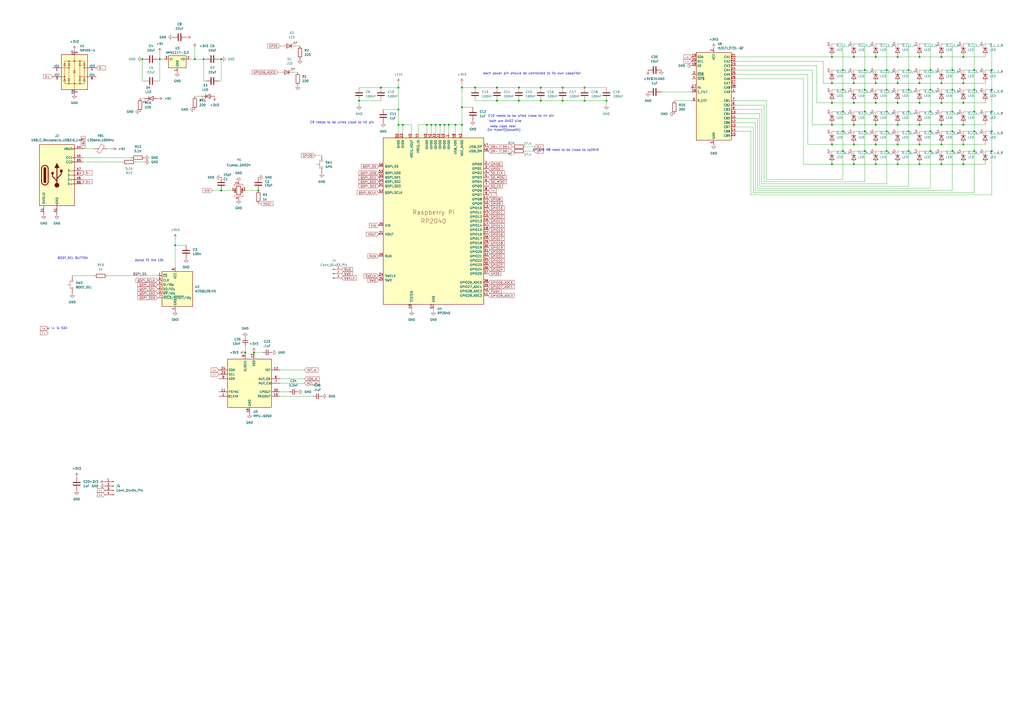
<source format=kicad_sch>
(kicad_sch (version 20250114) (generator "eeschema") (generator_version "9.0")
  (paper "A2")
  (title_block (date "2025-09-22"))
  (text "each power pin should be connected to its own capacitor" (at 308.61 42.672 0) (effects (font (size 1.27 1.27))))
  (text "keep caps near \n(to myself)(souptik)\n" (at 292.354 74.422 0) (effects (font (size 1.27 1.27))))
  (text "C9 needs to be wired close to 45 pin" (at 198.374 71.12 0) (effects (font (size 1.27 1.27))))
  (text "donot fit the 10k \n" (at 87.122 151.13 0) (effects (font (size 1.27 1.27))))
  (text "both are 0402 size" (at 293.116 70.358 0) (effects (font (size 1.27 1.27))))
  (text "R7 and R8 need to be close to rp2040" (at 328.168 87.122 0) (effects (font (size 1.27 1.27))))
  (text "I+ is SDA " (at 34.798 190.5 0) (effects (font (size 1.27 1.27))))
  (text "BOOT_SEL BUTTON\n" (at 42.164 149.86 0) (effects (font (size 1.27 1.27))))
  (text "C10 needs to be wired close to 44 pin" (at 302.26 67.31 0) (effects (font (size 1.27 1.27))))
  (junction (at 147.32 204.47))
  (junction (at 552.45 52.07))
  (junction (at 514.35 87.63))
  (junction (at 252.73 72.39))
  (junction (at 533.4 48.26))
  (junction (at 118.11 34.29))
  (junction (at 539.75 87.63))
  (junction (at 128.27 110.49))
  (junction (at 527.05 76.2))
  (junction (at 495.3 72.39))
  (junction (at 539.75 64.77))
  (junction (at 231.14 50.8))
  (junction (at 546.1 83.82))
  (junction (at 508 59.69))
  (junction (at 508 72.39))
  (junction (at 495.3 95.25))
  (junction (at 520.7 72.39))
  (junction (at 260.35 72.39))
  (junction (at 339.09 50.8))
  (junction (at 482.6 33.02))
  (junction (at 288.29 58.42))
  (junction (at 533.4 33.02))
  (junction (at 495.3 83.82))
  (junction (at 558.8 33.02))
  (junction (at 482.6 48.26))
  (junction (at 501.65 64.77))
  (junction (at 508 33.02))
  (junction (at 520.7 48.26))
  (junction (at 527.05 64.77))
  (junction (at 250.19 72.39))
  (junction (at 546.1 72.39))
  (junction (at 488.95 87.63))
  (junction (at 514.35 64.77))
  (junction (at 546.1 95.25))
  (junction (at 539.75 76.2))
  (junction (at 527.05 52.07))
  (junction (at 520.7 95.25))
  (junction (at 558.8 59.69))
  (junction (at 552.45 76.2))
  (junction (at 326.39 58.42))
  (junction (at 288.29 50.8))
  (junction (at 565.15 52.07))
  (junction (at 142.24 204.47))
  (junction (at 488.95 52.07))
  (junction (at 527.05 40.64))
  (junction (at 514.35 52.07))
  (junction (at 546.1 33.02))
  (junction (at 326.39 50.8))
  (junction (at 267.97 50.8))
  (junction (at 267.97 62.23))
  (junction (at 575.31 52.07))
  (junction (at 488.95 40.64))
  (junction (at 527.05 87.63))
  (junction (at 575.31 87.63))
  (junction (at 247.65 72.39))
  (junction (at 313.69 50.8))
  (junction (at 552.45 40.64))
  (junction (at 255.27 72.39))
  (junction (at 92.71 34.29))
  (junction (at 482.6 95.25))
  (junction (at 339.09 58.42))
  (junction (at 495.3 59.69))
  (junction (at 552.45 64.77))
  (junction (at 482.6 59.69))
  (junction (at 508 95.25))
  (junction (at 575.31 40.64))
  (junction (at 264.16 72.39))
  (junction (at 257.81 72.39))
  (junction (at 275.59 50.8))
  (junction (at 313.69 58.42))
  (junction (at 501.65 40.64))
  (junction (at 233.68 72.39))
  (junction (at 520.7 59.69))
  (junction (at 533.4 59.69))
  (junction (at 231.14 63.5))
  (junction (at 101.6 142.24))
  (junction (at 558.8 48.26))
  (junction (at 495.3 48.26))
  (junction (at 533.4 95.25))
  (junction (at 267.97 72.39))
  (junction (at 300.99 50.8))
  (junction (at 351.79 58.42))
  (junction (at 508 83.82))
  (junction (at 558.8 72.39))
  (junction (at 514.35 76.2))
  (junction (at 552.45 87.63))
  (junction (at 546.1 59.69))
  (junction (at 501.65 87.63))
  (junction (at 508 48.26))
  (junction (at 539.75 52.07))
  (junction (at 149.86 110.49))
  (junction (at 208.28 58.42))
  (junction (at 482.6 72.39))
  (junction (at 539.75 40.64))
  (junction (at 575.31 76.2))
  (junction (at 575.31 64.77))
  (junction (at 533.4 72.39))
  (junction (at 565.15 64.77))
  (junction (at 520.7 33.02))
  (junction (at 495.3 33.02))
  (junction (at 520.7 83.82))
  (junction (at 565.15 76.2))
  (junction (at 488.95 76.2))
  (junction (at 501.65 76.2))
  (junction (at 546.1 48.26))
  (junction (at 231.14 72.39))
  (junction (at 300.99 58.42))
  (junction (at 533.4 83.82))
  (junction (at 558.8 95.25))
  (junction (at 482.6 83.82))
  (junction (at 558.8 83.82))
  (junction (at 501.65 52.07))
  (junction (at 514.35 40.64))
  (junction (at 220.98 50.8))
  (junction (at 488.95 64.77))
  (junction (at 565.15 87.63))
  (junction (at 128.27 34.29))
  (junction (at 82.55 34.29))
  (junction (at 113.03 34.29))
  (junction (at 565.15 40.64))
  (no_connect (at 27.94 190.5))
  (no_connect (at 401.32 50.8))
  (wire (pts (xy 508 48.26) (xy 520.7 48.26)))
  (wire (pts (xy 176.53 219.71) (xy 162.56 219.71)))
  (wire (pts (xy 118.11 34.29) (xy 119.38 34.29)))
  (wire (pts (xy 527.05 40.64) (xy 527.05 52.07)))
  (wire (pts (xy 501.65 25.4) (xy 501.65 40.64)))
  (wire (pts (xy 575.31 25.4) (xy 571.5 25.4)))
  (wire (pts (xy 508 59.69) (xy 520.7 59.69)))
  (wire (pts (xy 167.64 227.33) (xy 162.56 227.33)))
  (wire (pts (xy 520.7 87.63) (xy 527.05 87.63)))
  (wire (pts (xy 208.28 50.8) (xy 220.98 50.8)))
  (wire (pts (xy 552.45 40.64) (xy 552.45 25.4)))
  (wire (pts (xy 426.72 35.56) (xy 477.52 35.56)))
  (wire (pts (xy 252.73 72.39) (xy 255.27 72.39)))
  (wire (pts (xy 162.56 26.67) (xy 163.83 26.67)))
  (wire (pts (xy 558.8 59.69) (xy 571.5 59.69)))
  (wire (pts (xy 438.15 71.12) (xy 438.15 110.49)))
  (wire (pts (xy 501.65 64.77) (xy 501.65 76.2)))
  (wire (pts (xy 252.73 72.39) (xy 252.73 77.47)))
  (wire (pts (xy 501.65 52.07) (xy 501.65 64.77)))
  (wire (pts (xy 533.4 40.64) (xy 539.75 40.64)))
  (wire (pts (xy 255.27 72.39) (xy 257.81 72.39)))
  (wire (pts (xy 113.03 27.94) (xy 113.03 34.29)))
  (wire (pts (xy 482.6 52.07) (xy 488.95 52.07)))
  (wire (pts (xy 264.16 72.39) (xy 267.97 72.39)))
  (wire (pts (xy 267.97 48.26) (xy 267.97 50.8)))
  (wire (pts (xy 488.95 52.07) (xy 488.95 40.64)))
  (wire (pts (xy 101.6 138.43) (xy 101.6 142.24)))
  (wire (pts (xy 495.3 52.07) (xy 501.65 52.07)))
  (wire (pts (xy 565.15 87.63) (xy 565.15 76.2)))
  (wire (pts (xy 466.09 95.25) (xy 482.6 95.25)))
  (wire (pts (xy 48.26 86.36) (xy 54.61 86.36)))
  (wire (pts (xy 161.29 41.91) (xy 162.56 41.91)))
  (wire (pts (xy 247.65 72.39) (xy 250.19 72.39)))
  (wire (pts (xy 546.1 76.2) (xy 552.45 76.2)))
  (wire (pts (xy 426.72 66.04) (xy 440.69 66.04)))
  (wire (pts (xy 527.05 52.07) (xy 527.05 64.77)))
  (wire (pts (xy 539.75 52.07) (xy 539.75 40.64)))
  (wire (pts (xy 426.72 71.12) (xy 438.15 71.12)))
  (wire (pts (xy 508 52.07) (xy 514.35 52.07)))
  (wire (pts (xy 274.32 62.23) (xy 267.97 62.23)))
  (wire (pts (xy 92.71 34.29) (xy 92.71 46.99)))
  (wire (pts (xy 351.79 58.42) (xy 351.79 60.96)))
  (wire (pts (xy 495.3 40.64) (xy 501.65 40.64)))
  (wire (pts (xy 222.25 63.5) (xy 231.14 63.5)))
  (wire (pts (xy 233.68 72.39) (xy 231.14 72.39)))
  (wire (pts (xy 533.4 33.02) (xy 546.1 33.02)))
  (wire (pts (xy 41.91 160.02) (xy 54.61 160.02)))
  (wire (pts (xy 440.69 66.04) (xy 440.69 107.95)))
  (wire (pts (xy 546.1 33.02) (xy 558.8 33.02)))
  (wire (pts (xy 575.31 64.77) (xy 575.31 76.2)))
  (wire (pts (xy 48.26 104.14) (xy 48.26 106.68)))
  (wire (pts (xy 546.1 83.82) (xy 558.8 83.82)))
  (wire (pts (xy 571.5 87.63) (xy 575.31 87.63)))
  (wire (pts (xy 508 95.25) (xy 520.7 95.25)))
  (wire (pts (xy 128.27 34.29) (xy 128.27 46.99)))
  (wire (pts (xy 565.15 76.2) (xy 565.15 64.77)))
  (wire (pts (xy 571.5 76.2) (xy 575.31 76.2)))
  (wire (pts (xy 533.4 76.2) (xy 539.75 76.2)))
  (wire (pts (xy 231.14 48.26) (xy 231.14 50.8)))
  (wire (pts (xy 128.27 34.29) (xy 127 34.29)))
  (wire (pts (xy 82.55 46.99) (xy 83.82 46.99)))
  (wire (pts (xy 546.1 40.64) (xy 552.45 40.64)))
  (wire (pts (xy 82.55 34.29) (xy 82.55 46.99)))
  (wire (pts (xy 533.4 64.77) (xy 539.75 64.77)))
  (wire (pts (xy 91.44 46.99) (xy 92.71 46.99)))
  (wire (pts (xy 275.59 50.8) (xy 288.29 50.8)))
  (wire (pts (xy 149.86 118.11) (xy 151.13 118.11)))
  (wire (pts (xy 488.95 40.64) (xy 488.95 25.4)))
  (wire (pts (xy 231.14 72.39) (xy 231.14 77.47)))
  (wire (pts (xy 471.17 72.39) (xy 482.6 72.39)))
  (wire (pts (xy 565.15 52.07) (xy 565.15 40.64)))
  (wire (pts (xy 546.1 95.25) (xy 558.8 95.25)))
  (wire (pts (xy 571.5 64.77) (xy 575.31 64.77)))
  (wire (pts (xy 514.35 25.4) (xy 508 25.4)))
  (wire (pts (xy 326.39 58.42) (xy 339.09 58.42)))
  (wire (pts (xy 426.72 68.58) (xy 439.42 68.58)))
  (wire (pts (xy 552.45 76.2) (xy 552.45 87.63)))
  (wire (pts (xy 508 64.77) (xy 514.35 64.77)))
  (wire (pts (xy 264.16 72.39) (xy 264.16 77.47)))
  (wire (pts (xy 62.23 86.36) (xy 64.77 86.36)))
  (wire (pts (xy 426.72 45.72) (xy 466.09 45.72)))
  (wire (pts (xy 267.97 72.39) (xy 267.97 77.47)))
  (wire (pts (xy 426.72 58.42) (xy 444.5 58.42)))
  (wire (pts (xy 508 72.39) (xy 520.7 72.39)))
  (wire (pts (xy 533.4 48.26) (xy 546.1 48.26)))
  (wire (pts (xy 558.8 87.63) (xy 565.15 87.63)))
  (wire (pts (xy 238.76 77.47) (xy 238.76 72.39)))
  (wire (pts (xy 208.28 58.42) (xy 220.98 58.42)))
  (wire (pts (xy 436.88 73.66) (xy 436.88 111.76)))
  (wire (pts (xy 520.7 40.64) (xy 527.05 40.64)))
  (wire (pts (xy 444.5 104.14) (xy 488.95 104.14)))
  (wire (pts (xy 436.88 111.76) (xy 565.15 111.76)))
  (wire (pts (xy 466.09 45.72) (xy 466.09 95.25)))
  (wire (pts (xy 116.84 55.88) (xy 113.03 55.88)))
  (wire (pts (xy 495.3 72.39) (xy 508 72.39)))
  (wire (pts (xy 539.75 25.4) (xy 533.4 25.4)))
  (wire (pts (xy 575.31 76.2) (xy 575.31 87.63)))
  (wire (pts (xy 508 87.63) (xy 514.35 87.63)))
  (wire (pts (xy 383.54 53.34) (xy 401.32 53.34)))
  (wire (pts (xy 482.6 95.25) (xy 495.3 95.25)))
  (wire (pts (xy 257.81 77.47) (xy 257.81 72.39)))
  (wire (pts (xy 142.24 110.49) (xy 149.86 110.49)))
  (wire (pts (xy 565.15 25.4) (xy 558.8 25.4)))
  (wire (pts (xy 558.8 76.2) (xy 565.15 76.2)))
  (wire (pts (xy 565.15 64.77) (xy 565.15 52.07)))
  (wire (pts (xy 267.97 50.8) (xy 267.97 62.23)))
  (wire (pts (xy 520.7 64.77) (xy 527.05 64.77)))
  (wire (pts (xy 558.8 40.64) (xy 565.15 40.64)))
  (wire (pts (xy 520.7 72.39) (xy 533.4 72.39)))
  (wire (pts (xy 488.95 104.14) (xy 488.95 87.63)))
  (wire (pts (xy 558.8 52.07) (xy 565.15 52.07)))
  (wire (pts (xy 473.71 38.1) (xy 426.72 38.1)))
  (wire (pts (xy 62.23 160.02) (xy 91.44 160.02)))
  (wire (pts (xy 558.8 83.82) (xy 571.5 83.82)))
  (wire (pts (xy 182.88 90.17) (xy 186.69 90.17)))
  (wire (pts (xy 533.4 52.07) (xy 539.75 52.07)))
  (wire (pts (xy 238.76 180.34) (xy 238.76 179.07)))
  (wire (pts (xy 495.3 87.63) (xy 501.65 87.63)))
  (wire (pts (xy 527.05 87.63) (xy 527.05 107.95)))
  (wire (pts (xy 176.53 214.63) (xy 162.56 214.63)))
  (wire (pts (xy 533.4 59.69) (xy 546.1 59.69)))
  (wire (pts (xy 527.05 25.4) (xy 527.05 40.64)))
  (wire (pts (xy 92.71 34.29) (xy 95.25 34.29)))
  (wire (pts (xy 514.35 87.63) (xy 514.35 76.2)))
  (wire (pts (xy 438.15 110.49) (xy 552.45 110.49)))
  (wire (pts (xy 162.56 229.87) (xy 181.61 229.87)))
  (wire (pts (xy 267.97 62.23) (xy 267.97 72.39)))
  (wire (pts (xy 128.27 46.99) (xy 127 46.99)))
  (wire (pts (xy 546.1 59.69) (xy 558.8 59.69)))
  (wire (pts (xy 514.35 106.68) (xy 514.35 87.63)))
  (wire (pts (xy 558.8 64.77) (xy 565.15 64.77)))
  (wire (pts (xy 251.46 180.34) (xy 251.46 179.07)))
  (wire (pts (xy 313.69 58.42) (xy 326.39 58.42)))
  (wire (pts (xy 231.14 63.5) (xy 231.14 72.39)))
  (wire (pts (xy 440.69 107.95) (xy 527.05 107.95)))
  (wire (pts (xy 250.19 72.39) (xy 252.73 72.39)))
  (wire (pts (xy 514.35 76.2) (xy 514.35 64.77)))
  (wire (pts (xy 220.98 50.8) (xy 231.14 50.8)))
  (wire (pts (xy 257.81 72.39) (xy 260.35 72.39)))
  (wire (pts (xy 426.72 63.5) (xy 441.96 63.5)))
  (wire (pts (xy 482.6 33.02) (xy 495.3 33.02)))
  (wire (pts (xy 101.6 142.24) (xy 101.6 154.94)))
  (wire (pts (xy 495.3 59.69) (xy 508 59.69)))
  (wire (pts (xy 443.23 60.96) (xy 443.23 105.41)))
  (wire (pts (xy 482.6 40.64) (xy 488.95 40.64)))
  (wire (pts (xy 539.75 40.64) (xy 539.75 25.4)))
  (wire (pts (xy 501.65 40.64) (xy 501.65 52.07)))
  (wire (pts (xy 173.99 26.67) (xy 171.45 26.67)))
  (wire (pts (xy 426.72 73.66) (xy 436.88 73.66)))
  (wire (pts (xy 520.7 59.69) (xy 533.4 59.69)))
  (wire (pts (xy 533.4 83.82) (xy 546.1 83.82)))
  (wire (pts (xy 123.19 110.49) (xy 128.27 110.49)))
  (wire (pts (xy 575.31 87.63) (xy 575.31 113.03)))
  (wire (pts (xy 444.5 58.42) (xy 444.5 104.14)))
  (wire (pts (xy 255.27 77.47) (xy 255.27 72.39)))
  (wire (pts (xy 558.8 33.02) (xy 571.5 33.02)))
  (wire (pts (xy 339.09 50.8) (xy 351.79 50.8)))
  (wire (pts (xy 495.3 95.25) (xy 508 95.25)))
  (wire (pts (xy 495.3 33.02) (xy 508 33.02)))
  (wire (pts (xy 495.3 48.26) (xy 508 48.26)))
  (wire (pts (xy 326.39 50.8) (xy 339.09 50.8)))
  (wire (pts (xy 443.23 105.41) (xy 501.65 105.41)))
  (wire (pts (xy 527.05 25.4) (xy 520.7 25.4)))
  (wire (pts (xy 575.31 52.07) (xy 575.31 40.64)))
  (wire (pts (xy 575.31 52.07) (xy 575.31 64.77)))
  (wire (pts (xy 546.1 48.26) (xy 558.8 48.26)))
  (wire (pts (xy 539.75 64.77) (xy 539.75 52.07)))
  (wire (pts (xy 288.29 58.42) (xy 300.99 58.42)))
  (wire (pts (xy 501.65 76.2) (xy 501.65 87.63)))
  (wire (pts (xy 488.95 25.4) (xy 482.6 25.4)))
  (wire (pts (xy 78.74 93.98) (xy 83.82 93.98)))
  (wire (pts (xy 558.8 48.26) (xy 571.5 48.26)))
  (wire (pts (xy 426.72 40.64) (xy 471.17 40.64)))
  (wire (pts (xy 391.16 58.42) (xy 401.32 58.42)))
  (wire (pts (xy 565.15 111.76) (xy 565.15 87.63)))
  (wire (pts (xy 441.96 63.5) (xy 441.96 106.68)))
  (wire (pts (xy 247.65 72.39) (xy 247.65 77.47)))
  (wire (pts (xy 558.8 95.25) (xy 571.5 95.25)))
  (wire (pts (xy 539.75 87.63) (xy 539.75 109.22)))
  (wire (pts (xy 482.6 83.82) (xy 495.3 83.82)))
  (wire (pts (xy 83.82 57.15) (xy 81.28 57.15)))
  (wire (pts (xy 546.1 52.07) (xy 552.45 52.07)))
  (wire (pts (xy 468.63 43.18) (xy 468.63 83.82)))
  (wire (pts (xy 339.09 58.42) (xy 351.79 58.42)))
  (wire (pts (xy 514.35 52.07) (xy 514.35 40.64)))
  (wire (pts (xy 250.19 72.39) (xy 250.19 77.47)))
  (wire (pts (xy 441.96 106.68) (xy 514.35 106.68)))
  (wire (pts (xy 482.6 48.26) (xy 495.3 48.26)))
  (wire (pts (xy 539.75 76.2) (xy 539.75 87.63)))
  (wire (pts (xy 520.7 33.02) (xy 533.4 33.02)))
  (wire (pts (xy 558.8 72.39) (xy 571.5 72.39)))
  (wire (pts (xy 565.15 40.64) (xy 565.15 25.4)))
  (wire (pts (xy 501.65 25.4) (xy 495.3 25.4)))
  (wire (pts (xy 508 76.2) (xy 514.35 76.2)))
  (wire (pts (xy 488.95 64.77) (xy 488.95 52.07)))
  (wire (pts (xy 533.4 87.63) (xy 539.75 87.63)))
  (wire (pts (xy 435.61 76.2) (xy 435.61 113.03)))
  (wire (pts (xy 546.1 87.63) (xy 552.45 87.63)))
  (wire (pts (xy 539.75 76.2) (xy 539.75 64.77)))
  (wire (pts (xy 571.5 40.64) (xy 575.31 40.64)))
  (wire (pts (xy 118.11 46.99) (xy 119.38 46.99)))
  (wire (pts (xy 101.6 142.24) (xy 107.95 142.24)))
  (wire (pts (xy 92.71 30.48) (xy 92.71 34.29)))
  (wire (pts (xy 142.24 200.66) (xy 142.24 204.47)))
  (wire (pts (xy 152.4 204.47) (xy 147.32 204.47)))
  (wire (pts (xy 48.26 99.06) (xy 48.26 101.6)))
  (wire (pts (xy 260.35 72.39) (xy 260.35 77.47)))
  (wire (pts (xy 520.7 83.82) (xy 533.4 83.82)))
  (wire (pts (xy 482.6 76.2) (xy 488.95 76.2)))
  (wire (pts (xy 495.3 83.82) (xy 508 83.82)))
  (wire (pts (xy 426.72 60.96) (xy 443.23 60.96)))
  (wire (pts (xy 482.6 64.77) (xy 488.95 64.77)))
  (wire (pts (xy 426.72 43.18) (xy 468.63 43.18)))
  (wire (pts (xy 520.7 48.26) (xy 533.4 48.26)))
  (wire (pts (xy 533.4 95.25) (xy 546.1 95.25)))
  (wire (pts (xy 527.05 64.77) (xy 527.05 76.2)))
  (wire (pts (xy 300.99 50.8) (xy 313.69 50.8)))
  (wire (pts (xy 575.31 40.64) (xy 575.31 25.4)))
  (wire (pts (xy 495.3 76.2) (xy 501.65 76.2)))
  (wire (pts (xy 242.57 77.47) (xy 242.57 72.39)))
  (wire (pts (xy 260.35 72.39) (xy 264.16 72.39)))
  (wire (pts (xy 172.72 41.91) (xy 170.18 41.91)))
  (wire (pts (xy 426.72 76.2) (xy 435.61 76.2)))
  (wire (pts (xy 508 83.82) (xy 520.7 83.82)))
  (wire (pts (xy 552.45 52.07) (xy 552.45 40.64)))
  (wire (pts (xy 128.27 110.49) (xy 134.62 110.49)))
  (wire (pts (xy 426.72 33.02) (xy 482.6 33.02)))
  (wire (pts (xy 552.45 87.63) (xy 552.45 110.49)))
  (wire (pts (xy 488.95 87.63) (xy 488.95 76.2)))
  (wire (pts (xy 546.1 64.77) (xy 552.45 64.77)))
  (wire (pts (xy 267.97 50.8) (xy 275.59 50.8)))
  (wire (pts (xy 495.3 64.77) (xy 501.65 64.77)))
  (wire (pts (xy 508 33.02) (xy 520.7 33.02)))
  (wire (pts (xy 471.17 40.64) (xy 471.17 72.39)))
  (wire (pts (xy 288.29 50.8) (xy 300.99 50.8)))
  (wire (pts (xy 482.6 87.63) (xy 488.95 87.63)))
  (wire (pts (xy 113.03 34.29) (xy 118.11 34.29)))
  (wire (pts (xy 514.35 40.64) (xy 514.35 25.4)))
  (wire (pts (xy 501.65 87.63) (xy 501.65 105.41)))
  (wire (pts (xy 110.49 34.29) (xy 113.03 34.29)))
  (wire (pts (xy 473.71 59.69) (xy 482.6 59.69)))
  (wire (pts (xy 118.11 34.29) (xy 118.11 46.99)))
  (wire (pts (xy 482.6 72.39) (xy 495.3 72.39)))
  (wire (pts (xy 300.99 58.42) (xy 313.69 58.42)))
  (wire (pts (xy 520.7 76.2) (xy 527.05 76.2)))
  (wire (pts (xy 238.76 72.39) (xy 233.68 72.39)))
  (wire (pts (xy 546.1 25.4) (xy 552.45 25.4)))
  (wire (pts (xy 435.61 113.03) (xy 575.31 113.03)))
  (wire (pts (xy 468.63 83.82) (xy 482.6 83.82)))
  (wire (pts (xy 533.4 72.39) (xy 546.1 72.39)))
  (wire (pts (xy 473.71 59.69) (xy 473.71 38.1)))
  (wire (pts (xy 439.42 68.58) (xy 439.42 109.22)))
  (wire (pts (xy 231.14 50.8) (xy 231.14 63.5)))
  (wire (pts (xy 520.7 52.07) (xy 527.05 52.07)))
  (wire (pts (xy 208.28 60.96) (xy 208.28 58.42)))
  (wire (pts (xy 48.26 91.44) (xy 76.2 91.44)))
  (wire (pts (xy 176.53 222.25) (xy 162.56 222.25)))
  (wire (pts (xy 520.7 95.25) (xy 533.4 95.25)))
  (wire (pts (xy 508 40.64) (xy 514.35 40.64)))
  (wire (pts (xy 233.68 72.39) (xy 233.68 77.47)))
  (wire (pts (xy 275.59 58.42) (xy 288.29 58.42)))
  (wire (pts (xy 304.8 87.63) (xy 309.88 87.63)))
  (wire (pts (xy 91.44 34.29) (xy 92.71 34.29)))
  (wire (pts (xy 546.1 72.39) (xy 558.8 72.39)))
  (wire (pts (xy 571.5 52.07) (xy 575.31 52.07)))
  (wire (pts (xy 527.05 76.2) (xy 527.05 87.63)))
  (wire (pts (xy 477.52 48.26) (xy 482.6 48.26)))
  (wire (pts (xy 482.6 59.69) (xy 495.3 59.69)))
  (wire (pts (xy 82.55 34.29) (xy 83.82 34.29)))
  (wire (pts (xy 514.35 64.77) (xy 514.35 52.07)))
  (wire (pts (xy 552.45 64.77) (xy 552.45 52.07)))
  (wire (pts (xy 242.57 72.39) (xy 247.65 72.39)))
  (wire (pts (xy 48.26 93.98) (xy 71.12 93.98)))
  (wire (pts (xy 439.42 109.22) (xy 539.75 109.22)))
  (wire (pts (xy 488.95 76.2) (xy 488.95 64.77)))
  (wire (pts (xy 477.52 35.56) (xy 477.52 48.26)))
  (wire (pts (xy 313.69 50.8) (xy 326.39 50.8)))
  (wire (pts (xy 552.45 76.2) (xy 552.45 64.77)))
  (wire (pts (xy 304.8 85.09) (xy 309.88 85.09)))
  (label "QSPI_SS" (at 85.09 160.02 180))
  (global_label "GPIO20" (shape input) (at 283.21 146.05 0) (property "Intersheetrefs" "${INTERSHEET_REFS}" (effects (hide yes))))
  (global_label "GPIO14" (shape input) (at 283.21 130.81 0) (property "Intersheetrefs" "${INTERSHEET_REFS}" (effects (hide yes))))
  (global_label "GP25" (shape input) (at 162.56 26.67 180) (property "Intersheetrefs" "${INTERSHEET_REFS}" (effects (hide yes))))
  (global_label "QSPI_SS" (shape input) (at 219.71 96.52 180) (property "Intersheetrefs" "${INTERSHEET_REFS}" (effects (hide yes))))
  (global_label "GPIO9" (shape input) (at 283.21 118.11 0) (property "Intersheetrefs" "${INTERSHEET_REFS}" (effects (hide yes))))
  (global_label "GPIO19" (shape input) (at 283.21 143.51 0) (property "Intersheetrefs" "${INTERSHEET_REFS}" (effects (hide yes))))
  (global_label "GP25" (shape input) (at 283.21 158.75 0) (property "Intersheetrefs" "${INTERSHEET_REFS}" (effects (hide yes))))
  (global_label "I-" (shape input) (at 401.32 35.56 180) (property "Intersheetrefs" "${INTERSHEET_REFS}" (effects (hide yes))))
  (global_label "SWD" (shape input) (at 219.71 162.56 180) (property "Intersheetrefs" "${INTERSHEET_REFS}" (effects (hide yes))))
  (global_label "GPIO1" (shape input) (at 283.21 97.79 0) (property "Intersheetrefs" "${INTERSHEET_REFS}" (effects (hide yes))))
  (global_label "DR-" (shape input) (at 283.21 87.63 0) (property "Intersheetrefs" "${INTERSHEET_REFS}" (effects (hide yes))))
  (global_label "GPIO21" (shape input) (at 283.21 148.59 0) (property "Intersheetrefs" "${INTERSHEET_REFS}" (effects (hide yes))))
  (global_label "XOUT" (shape input) (at 219.71 135.89 180) (property "Intersheetrefs" "${INTERSHEET_REFS}" (effects (hide yes))))
  (global_label "XCL_m" (shape input) (at 176.53 222.25 0) (property "Intersheetrefs" "${INTERSHEET_REFS}" (effects (hide yes))))
  (global_label "QSPI_SD0" (shape input) (at 219.71 100.33 180) (property "Intersheetrefs" "${INTERSHEET_REFS}" (effects (hide yes))))
  (global_label "SD_CS" (shape input) (at 283.21 107.95 0) (property "Intersheetrefs" "${INTERSHEET_REFS}" (effects (hide yes))))
  (global_label "SD_MOSI" (shape input) (at 283.21 102.87 0) (property "Intersheetrefs" "${INTERSHEET_REFS}" (effects (hide yes))))
  (global_label "GPIO27_ADC1" (shape input) (at 283.21 166.37 0) (property "Intersheetrefs" "${INTERSHEET_REFS}" (effects (hide yes))))
  (global_label "XIN" (shape input) (at 219.71 130.81 180) (property "Intersheetrefs" "${INTERSHEET_REFS}" (effects (hide yes))))
  (global_label "DR-" (shape input) (at 297.18 87.63 180) (property "Intersheetrefs" "${INTERSHEET_REFS}" (effects (hide yes))))
  (global_label "I+" (shape input) (at 401.32 33.02 180) (property "Intersheetrefs" "${INTERSHEET_REFS}" (effects (hide yes))))
  (global_label "GPIO29_ADC3" (shape input) (at 283.21 171.45 0) (property "Intersheetrefs" "${INTERSHEET_REFS}" (effects (hide yes))))
  (global_label "I-" (shape input) (at 283.21 113.03 0) (property "Intersheetrefs" "${INTERSHEET_REFS}" (effects (hide yes))))
  (global_label "D-" (shape input) (at 48.26 100.33 0) (property "Intersheetrefs" "${INTERSHEET_REFS}" (effects (hide yes))))
  (global_label "RUN" (shape input) (at 219.71 148.59 180) (property "Intersheetrefs" "${INTERSHEET_REFS}" (effects (hide yes))))
  (global_label "D-" (shape input) (at 309.88 87.63 0) (property "Intersheetrefs" "${INTERSHEET_REFS}" (effects (hide yes))))
  (global_label "SD_CLK" (shape input) (at 283.21 100.33 0) (property "Intersheetrefs" "${INTERSHEET_REFS}" (effects (hide yes))))
  (global_label "I+" (shape input) (at 283.21 110.49 0) (property "Intersheetrefs" "${INTERSHEET_REFS}" (effects (hide yes))))
  (global_label "QSPI_SD1" (shape input) (at 91.44 167.64 180) (property "Intersheetrefs" "${INTERSHEET_REFS}" (effects (hide yes))))
  (global_label "SWCLK" (shape input) (at 219.71 160.02 180) (property "Intersheetrefs" "${INTERSHEET_REFS}" (effects (hide yes))))
  (global_label "GPIO8" (shape input) (at 283.21 115.57 0) (property "Intersheetrefs" "${INTERSHEET_REFS}" (effects (hide yes))))
  (global_label "GPIO11" (shape input) (at 283.21 123.19 0) (property "Intersheetrefs" "${INTERSHEET_REFS}" (effects (hide yes))))
  (global_label "GPIO15" (shape input) (at 283.21 133.35 0) (property "Intersheetrefs" "${INTERSHEET_REFS}" (effects (hide yes))))
  (global_label "GPIO12" (shape input) (at 283.21 125.73 0) (property "Intersheetrefs" "${INTERSHEET_REFS}" (effects (hide yes))))
  (global_label "GPIO13" (shape input) (at 283.21 128.27 0) (property "Intersheetrefs" "${INTERSHEET_REFS}" (effects (hide yes))))
  (global_label "I+" (shape input) (at 60.96 287.02 180) (property "Intersheetrefs" "${INTERSHEET_REFS}" (effects (hide yes))))
  (global_label "QSPI_SCLK" (shape input) (at 91.44 162.56 180) (property "Intersheetrefs" "${INTERSHEET_REFS}" (effects (hide yes))))
  (global_label "I-" (shape input) (at 60.96 284.48 180) (property "Intersheetrefs" "${INTERSHEET_REFS}" (effects (hide yes))))
  (global_label "QSPI_SD2" (shape input) (at 219.71 105.41 180) (property "Intersheetrefs" "${INTERSHEET_REFS}" (effects (hide yes))))
  (global_label "XOUT" (shape input) (at 151.13 118.11 0) (property "Intersheetrefs" "${INTERSHEET_REFS}" (effects (hide yes))))
  (global_label "I-" (shape input) (at 127 217.17 180) (property "Intersheetrefs" "${INTERSHEET_REFS}" (effects (hide yes))))
  (global_label "QSPI_SD2" (shape input) (at 91.44 170.18 180) (property "Intersheetrefs" "${INTERSHEET_REFS}" (effects (hide yes))))
  (global_label "SD_MISO" (shape input) (at 283.21 105.41 0) (property "Intersheetrefs" "${INTERSHEET_REFS}" (effects (hide yes))))
  (global_label "DR+" (shape input) (at 297.18 85.09 180) (property "Intersheetrefs" "${INTERSHEET_REFS}" (effects (hide yes))))
  (global_label "GPIO0" (shape input) (at 283.21 95.25 0) (property "Intersheetrefs" "${INTERSHEET_REFS}" (effects (hide yes))))
  (global_label "GPIO22" (shape input) (at 283.21 151.13 0) (property "Intersheetrefs" "${INTERSHEET_REFS}" (effects (hide yes))))
  (global_label "GPIO23" (shape input) (at 283.21 153.67 0) (property "Intersheetrefs" "${INTERSHEET_REFS}" (effects (hide yes))))
  (global_label "GPIO26_ADC0" (shape input) (at 161.29 41.91 180) (property "Intersheetrefs" "${INTERSHEET_REFS}" (effects (hide yes))))
  (global_label "GPIO18" (shape input) (at 283.21 140.97 0) (property "Intersheetrefs" "${INTERSHEET_REFS}" (effects (hide yes))))
  (global_label "GPIO24" (shape input) (at 283.21 156.21 0) (property "Intersheetrefs" "${INTERSHEET_REFS}" (effects (hide yes))))
  (global_label "VBUS" (shape input) (at 48.26 86.36 90) (property "Intersheetrefs" "${INTERSHEET_REFS}" (effects (hide yes))))
  (global_label "DR+" (shape input) (at 283.21 85.09 0) (property "Intersheetrefs" "${INTERSHEET_REFS}" (effects (hide yes))))
  (global_label "I+" (shape input) (at 127 214.63 180) (property "Intersheetrefs" "${INTERSHEET_REFS}" (effects (hide yes))))
  (global_label "I-" (shape input) (at 27.94 193.04 180) (property "Intersheetrefs" "${INTERSHEET_REFS}" (effects (hide yes))))
  (global_label "SWD" (shape input) (at 198.12 158.75 0) (property "Intersheetrefs" "${INTERSHEET_REFS}" (effects (hide yes))))
  (global_label "INT_m" (shape input) (at 176.53 214.63 0) (property "Intersheetrefs" "${INTERSHEET_REFS}" (effects (hide yes))))
  (global_label "D-" (shape input) (at 55.88 39.37 0) (property "Intersheetrefs" "${INTERSHEET_REFS}" (effects (hide yes))))
  (global_label "D+" (shape input) (at 48.26 105.41 0) (property "Intersheetrefs" "${INTERSHEET_REFS}" (effects (hide yes))))
  (global_label "XIN" (shape input) (at 123.19 110.49 180) (property "Intersheetrefs" "${INTERSHEET_REFS}" (effects (hide yes))))
  (global_label "GPIO16" (shape input) (at 283.21 135.89 0) (property "Intersheetrefs" "${INTERSHEET_REFS}" (effects (hide yes))))
  (global_label "XDA_m" (shape input) (at 176.53 219.71 0) (property "Intersheetrefs" "${INTERSHEET_REFS}" (effects (hide yes))))
  (global_label "D+" (shape input) (at 30.48 44.45 180) (property "Intersheetrefs" "${INTERSHEET_REFS}" (effects (hide yes))))
  (global_label "SWCLK" (shape input) (at 198.12 161.29 0) (property "Intersheetrefs" "${INTERSHEET_REFS}" (effects (hide yes))))
  (global_label "RUN" (shape input) (at 198.12 156.21 0) (property "Intersheetrefs" "${INTERSHEET_REFS}" (effects (hide yes))))
  (global_label "QSPI_SD1" (shape input) (at 219.71 102.87 180) (property "Intersheetrefs" "${INTERSHEET_REFS}" (effects (hide yes))))
  (global_label "QSPI_SD3" (shape input) (at 219.71 107.95 180) (property "Intersheetrefs" "${INTERSHEET_REFS}" (effects (hide yes))))
  (global_label "QSPI_SCLK" (shape input) (at 219.71 111.76 180) (property "Intersheetrefs" "${INTERSHEET_REFS}" (effects (hide yes))))
  (global_label "GPIO0" (shape input) (at 182.88 90.17 180) (property "Intersheetrefs" "${INTERSHEET_REFS}" (effects (hide yes))))
  (global_label "GPIO10" (shape input) (at 283.21 120.65 0) (property "Intersheetrefs" "${INTERSHEET_REFS}" (effects (hide yes))))
  (global_label "GPIO26_ADC0" (shape input) (at 283.21 163.83 0) (property "Intersheetrefs" "${INTERSHEET_REFS}" (effects (hide yes))))
  (global_label "GPIO17" (shape input) (at 283.21 138.43 0) (property "Intersheetrefs" "${INTERSHEET_REFS}" (effects (hide yes))))
  (global_label "I+" (shape input) (at 27.94 190.5 180) (property "Intersheetrefs" "${INTERSHEET_REFS}" (effects (hide yes))))
  (global_label "QSPI_SD0" (shape input) (at 91.44 165.1 180) (property "Intersheetrefs" "${INTERSHEET_REFS}" (effects (hide yes))))
  (global_label "QSPI_SD3" (shape input) (at 91.44 172.72 180) (property "Intersheetrefs" "${INTERSHEET_REFS}" (effects (hide yes))))
  (global_label "D+" (shape input) (at 309.88 85.09 0) (property "Intersheetrefs" "${INTERSHEET_REFS}" (effects (hide yes))))
  (global_label "PUSH" (shape input) (at 283.21 168.91 0) (property "Intersheetrefs" "${INTERSHEET_REFS}" (effects (hide yes))))
  (symbol (lib_id "Device:LED") (at 546.1 68.58 270) (unit 1)
    (property "Reference" "D_L_4_6" (at 548.64 65.7224 90) (effects (justify left)))
    (property "Value" "LED" (at 548.64 68.2624 90) (effects (justify left)))
    (property "Footprint" "LED_SMD:LED_0603_1608Metric" (effects (hide yes)))
    (property "Description" "Light emitting diode" (effects (hide yes)))
    (property "Sim.Pins" "1=K 2=A" (effects (hide yes)))
  )
  (symbol (lib_id "power:+3V3") (at 44.45 276.86 0) (unit 1)
    (property "Reference" "#PWR044" (effects (hide yes)))
    (property "Value" "+3V3" (at 44.45 271.78 0))
    (property "Description" "Power symbol creates a global label with name \"+3V3\"" (effects (hide yes)))
  )
  (symbol (lib_id "Device:R") (at 113.03 59.69 0) (unit 1)
    (property "Reference" "R14" (at 115.57 58.4199 0) (effects (justify left)))
    (property "Value" "220" (at 115.57 60.9599 0) (effects (justify left)))
    (property "Footprint" "Resistor_SMD:R_0402_1005Metric" (effects (hide yes)))
    (property "Description" "Resistor" (effects (hide yes)))
  )
  (symbol (lib_id "Device:C") (at 220.98 54.61 0) (unit 1)
    (property "Reference" "C10" (at 224.79 53.3399 0) (effects (justify left)))
    (property "Value" "100nF" (at 224.79 55.8799 0) (effects (justify left)))
    (property "Footprint" "Capacitor_SMD:C_0402_1005Metric" (effects (hide yes)))
    (property "Description" "Unpolarized capacitor" (effects (hide yes)))
  )
  (symbol (lib_id "Device:C") (at 87.63 46.99 270) (unit 1)
    (property "Reference" "C5" (at 87.63 39.37 90))
    (property "Value" "22uF" (at 87.63 41.91 90))
    (property "Footprint" "Capacitor_SMD:C_0603_1608Metric" (effects (hide yes)))
    (property "Description" "Unpolarized capacitor" (effects (hide yes)))
  )
  (symbol (lib_id "power:+3V3") (at 267.97 48.26 0) (unit 1)
    (property "Reference" "#PWR039" (effects (hide yes)))
    (property "Value" "+3V3" (at 267.97 43.18 0))
    (property "Description" "Power symbol creates a global label with name \"+3V3\"" (effects (hide yes)))
  )
  (symbol (lib_id "power:GND") (at 43.18 54.61 0) (unit 1)
    (property "Reference" "#PWR016" (effects (hide yes)))
    (property "Value" "GND" (at 43.18 59.69 0))
    (property "Description" "Power symbol creates a global label with name \"GND\" , ground" (effects (hide yes)))
  )
  (symbol (lib_id "Device:R") (at 74.93 93.98 90) (mirror x) (unit 1)
    (property "Reference" "R12" (at 74.93 100.33 90))
    (property "Value" "5.1K" (at 74.93 97.79 90))
    (property "Footprint" "Capacitor_SMD:C_0402_1005Metric" (effects (hide yes)))
    (property "Description" "Resistor" (effects (hide yes)))
  )
  (symbol (lib_id "power:GND") (at 81.28 64.77 270) (unit 1)
    (property "Reference" "#PWR029" (effects (hide yes)))
    (property "Value" "GND" (at 77.47 64.7699 90) (effects (justify right)))
    (property "Description" "Power symbol creates a global label with name \"GND\" , ground" (effects (hide yes)))
  )
  (symbol (lib_id "power:+3V3") (at 124.46 55.88 180) (unit 1)
    (property "Reference" "#PWR026" (effects (hide yes)))
    (property "Value" "+3V3" (at 124.46 60.96 0))
    (property "Description" "Power symbol creates a global label with name \"+3V3\"" (effects (hide yes)))
  )
  (symbol (lib_id "Device:LED") (at 533.4 91.44 270) (unit 1)
    (property "Reference" "D_L_6_5" (at 535.94 88.5824 90) (effects (justify left)))
    (property "Value" "LED" (at 535.94 91.1224 90) (effects (justify left)))
    (property "Footprint" "LED_SMD:LED_0603_1608Metric" (effects (hide yes)))
    (property "Description" "Light emitting diode" (effects (hide yes)))
    (property "Sim.Pins" "1=K 2=A" (effects (hide yes)))
  )
  (symbol (lib_id "Device:C") (at 288.29 54.61 0) (unit 1)
    (property "Reference" "C14" (at 292.1 53.3399 0) (effects (justify left)))
    (property "Value" "100nF" (at 292.1 55.8799 0) (effects (justify left)))
    (property "Footprint" "Capacitor_SMD:C_0402_1005Metric" (effects (hide yes)))
    (property "Description" "Unpolarized capacitor" (effects (hide yes)))
  )
  (symbol (lib_id "power:GND") (at 251.46 180.34 0) (unit 1)
    (property "Reference" "#PWR038" (effects (hide yes)))
    (property "Value" "GND" (at 251.46 185.42 0))
    (property "Description" "Power symbol creates a global label with name \"GND\" , ground" (effects (hide yes)))
  )
  (symbol (lib_id "power:GND") (at 101.6 180.34 0) (unit 1)
    (property "Reference" "#PWR021" (effects (hide yes)))
    (property "Value" "GND" (at 101.6 185.42 0))
    (property "Description" "Power symbol creates a global label with name \"GND\" , ground" (effects (hide yes)))
  )
  (symbol (lib_id "Power_Protection:SRV05-4") (at 43.18 41.91 0) (unit 1)
    (property "Reference" "U1" (at 46.2981 26.67 0) (effects (justify left)))
    (property "Value" "SRV05-4" (at 46.2981 29.21 0) (effects (justify left)))
    (property "Footprint" "Package_TO_SOT_SMD:SOT-23-6" (effects (hide yes)))
    (property "Datasheet" "http://www.onsemi.com/pub/Collateral/SRV05-4-D.PDF" (effects (hide yes)))
    (property "Description" "ESD Protection Diodes with Low Clamping Voltage, SOT-23-6" (effects (hide yes)))
  )
  (symbol (lib_id "power:GND") (at 100.33 21.59 270) (unit 1)
    (property "Reference" "#PWR032" (effects (hide yes)))
    (property "Value" "GND" (at 96.52 21.5899 90) (effects (justify right)))
    (property "Description" "Power symbol creates a global label with name \"GND\" , ground" (effects (hide yes)))
  )
  (symbol (lib_id "Device:C_Small") (at 154.94 204.47 90) (unit 1)
    (property "Reference" "C23" (at 154.9463 198.12 90))
    (property "Value" ".1uF" (at 154.9463 200.66 90))
    (property "Footprint" "Capacitor_SMD:C_0603_1608Metric_Pad1.08x0.95mm_HandSolder" (effects (hide yes)))
    (property "Description" "Unpolarized capacitor, small symbol" (effects (hide yes)))
  )
  (symbol (lib_id "Connector:USB_C_Receptacle_USB2.0_14P") (at 33.02 101.6 0) (unit 1)
    (property "Reference" "J2" (at 33.02 78.74 0))
    (property "Value" "USB_C_Receptacle_USB2.0_14P" (at 33.02 81.28 0))
    (property "Footprint" "Connector_USB:USB_C_Receptacle_HCTL_HC-TYPE-C-16P-01A" (effects (hide yes)))
    (property "Datasheet" "https://www.usb.org/sites/default/files/documents/usb_type-c.zip" (effects (hide yes)))
    (property "Description" "USB 2.0-only 14P Type-C Receptacle connector" (effects (hide yes)))
  )
  (symbol (lib_id "Device:C") (at 379.73 53.34 270) (unit 1)
    (property "Reference" "C31" (at 379.73 45.72 90))
    (property "Value" "1uF" (at 379.73 48.26 90))
    (property "Footprint" "Capacitor_SMD:C_0805_2012Metric" (effects (hide yes)))
    (property "Description" "Unpolarized capacitor" (effects (hide yes)))
  )
  (symbol (lib_id "Device:LED") (at 482.6 91.44 270) (unit 1)
    (property "Reference" "D_L_6_1" (at 485.14 88.5824 90) (effects (justify left)))
    (property "Value" "LED" (at 485.14 91.1224 90) (effects (justify left)))
    (property "Footprint" "LED_SMD:LED_0603_1608Metric" (effects (hide yes)))
    (property "Description" "Light emitting diode" (effects (hide yes)))
    (property "Sim.Pins" "1=K 2=A" (effects (hide yes)))
  )
  (symbol (lib_id "Device:LED") (at 508 29.21 270) (unit 1)
    (property "Reference" "D_L_1_3" (at 510.54 26.3524 90) (effects (justify left)))
    (property "Value" "LED" (at 510.54 28.8924 90) (effects (justify left)))
    (property "Footprint" "LED_SMD:LED_0603_1608Metric" (effects (hide yes)))
    (property "Description" "Light emitting diode" (effects (hide yes)))
    (property "Sim.Pins" "1=K 2=A" (effects (hide yes)))
  )
  (symbol (lib_id "power:GND") (at 138.43 115.57 0) (unit 1)
    (property "Reference" "#PWR05" (effects (hide yes)))
    (property "Value" "GND" (at 138.43 120.65 0))
    (property "Description" "Power symbol creates a global label with name \"GND\" , ground" (effects (hide yes)))
  )
  (symbol (lib_id "Device:LED") (at 166.37 41.91 180) (unit 1)
    (property "Reference" "D1" (at 167.9575 34.29 0))
    (property "Value" "LED" (at 167.9575 36.83 0))
    (property "Footprint" "LED_SMD:LED_0402_1005Metric" (effects (hide yes)))
    (property "Description" "Light emitting diode" (effects (hide yes)))
    (property "Sim.Pins" "1=K 2=A" (effects (hide yes)))
  )
  (symbol (lib_id "Device:LED") (at 120.65 55.88 0) (unit 1)
    (property "Reference" "D3" (at 119.0625 49.53 0))
    (property "Value" "LED" (at 119.0625 52.07 0))
    (property "Footprint" "LED_SMD:LED_0603_1608Metric" (effects (hide yes)))
    (property "Description" "Light emitting diode" (effects (hide yes)))
    (property "Sim.Pins" "1=K 2=A" (effects (hide yes)))
  )
  (symbol (lib_id "power:GND") (at 33.02 124.46 0) (unit 1)
    (property "Reference" "#PWR012" (effects (hide yes)))
    (property "Value" "GND" (at 33.02 129.54 0))
    (property "Description" "Power symbol creates a global label with name \"GND\" , ground" (effects (hide yes)))
  )
  (symbol (lib_id "Device:C") (at 300.99 54.61 0) (unit 1)
    (property "Reference" "C15" (at 304.8 53.3399 0) (effects (justify left)))
    (property "Value" "100nF" (at 304.8 55.8799 0) (effects (justify left)))
    (property "Footprint" "Capacitor_SMD:C_0402_1005Metric" (effects (hide yes)))
    (property "Description" "Unpolarized capacitor" (effects (hide yes)))
  )
  (symbol (lib_id "Device:LED") (at 495.3 44.45 270) (unit 1)
    (property "Reference" "D_L_2_2" (at 497.84 41.5924 90) (effects (justify left)))
    (property "Value" "LED" (at 497.84 44.1324 90) (effects (justify left)))
    (property "Footprint" "LED_SMD:LED_0603_1608Metric" (effects (hide yes)))
    (property "Description" "Light emitting diode" (effects (hide yes)))
    (property "Sim.Pins" "1=K 2=A" (effects (hide yes)))
  )
  (symbol (lib_id "Device:LED") (at 558.8 55.88 270) (unit 1)
    (property "Reference" "D_L_3_7" (at 561.34 53.0224 90) (effects (justify left)))
    (property "Value" "LED" (at 561.34 55.5624 90) (effects (justify left)))
    (property "Footprint" "LED_SMD:LED_0603_1608Metric" (effects (hide yes)))
    (property "Description" "Light emitting diode" (effects (hide yes)))
    (property "Sim.Pins" "1=K 2=A" (effects (hide yes)))
  )
  (symbol (lib_id "Device:C") (at 44.45 280.67 0) (unit 1)
    (property "Reference" "C20" (at 48.26 279.3999 0) (effects (justify left)))
    (property "Value" "1uF" (at 48.26 281.9399 0) (effects (justify left)))
    (property "Footprint" "Capacitor_SMD:C_0402_1005Metric" (effects (hide yes)))
    (property "Description" "Unpolarized capacitor" (effects (hide yes)))
  )
  (symbol (lib_id "power:GND") (at 274.32 69.85 0) (unit 1)
    (property "Reference" "#PWR040" (effects (hide yes)))
    (property "Value" "GND" (at 274.32 74.93 0))
    (property "Description" "Power symbol creates a global label with name \"GND\" , ground" (effects (hide yes)))
  )
  (symbol (lib_id "Device:LED") (at 495.3 91.44 270) (unit 1)
    (property "Reference" "D_L_6_2" (at 497.84 88.5824 90) (effects (justify left)))
    (property "Value" "LED" (at 497.84 91.1224 90) (effects (justify left)))
    (property "Footprint" "LED_SMD:LED_0603_1608Metric" (effects (hide yes)))
    (property "Description" "Light emitting diode" (effects (hide yes)))
    (property "Sim.Pins" "1=K 2=A" (effects (hide yes)))
  )
  (symbol (lib_id "Device:LED") (at 482.6 80.01 270) (unit 1)
    (property "Reference" "D_L_5_1" (at 485.14 77.1524 90) (effects (justify left)))
    (property "Value" "LED" (at 485.14 79.6924 90) (effects (justify left)))
    (property "Footprint" "LED_SMD:LED_0603_1608Metric" (effects (hide yes)))
    (property "Description" "Light emitting diode" (effects (hide yes)))
    (property "Sim.Pins" "1=K 2=A" (effects (hide yes)))
  )
  (symbol (lib_id "power:GND") (at 128.27 102.87 270) (unit 1)
    (property "Reference" "#PWR03" (effects (hide yes)))
    (property "Value" "GND" (at 124.46 102.8699 90) (effects (justify right)))
    (property "Description" "Power symbol creates a global label with name \"GND\" , ground" (effects (hide yes)))
  )
  (symbol (lib_id "Device:LED") (at 482.6 29.21 270) (unit 1)
    (property "Reference" "D_L_1_1" (at 485.14 26.3524 90) (effects (justify left)))
    (property "Value" "LED" (at 485.14 28.8924 90) (effects (justify left)))
    (property "Footprint" "LED_SMD:LED_0603_1608Metric" (effects (hide yes)))
    (property "Description" "Light emitting diode" (effects (hide yes)))
    (property "Sim.Pins" "1=K 2=A" (effects (hide yes)))
  )
  (symbol (lib_id "Device:C") (at 339.09 54.61 0) (unit 1)
    (property "Reference" "C18" (at 342.9 53.3399 0) (effects (justify left)))
    (property "Value" "100nF" (at 342.9 55.8799 0) (effects (justify left)))
    (property "Footprint" "Capacitor_SMD:C_0402_1005Metric" (effects (hide yes)))
    (property "Description" "Unpolarized capacitor" (effects (hide yes)))
  )
  (symbol (lib_id "Device:LED") (at 533.4 80.01 270) (unit 1)
    (property "Reference" "D_L_5_5" (at 535.94 77.1524 90) (effects (justify left)))
    (property "Value" "LED" (at 535.94 79.6924 90) (effects (justify left)))
    (property "Footprint" "LED_SMD:LED_0603_1608Metric" (effects (hide yes)))
    (property "Description" "Light emitting diode" (effects (hide yes)))
    (property "Sim.Pins" "1=K 2=A" (effects (hide yes)))
  )
  (symbol (lib_id "Device:C") (at 274.32 66.04 0) (unit 1)
    (property "Reference" "C12" (at 278.13 64.7699 0) (effects (justify left)))
    (property "Value" "1uF" (at 278.13 67.3099 0) (effects (justify left)))
    (property "Footprint" "Capacitor_SMD:C_0402_1005Metric" (effects (hide yes)))
    (property "Description" "Unpolarized capacitor" (effects (hide yes)))
  )
  (symbol (lib_id "power:GND") (at 208.28 60.96 0) (unit 1)
    (property "Reference" "#PWR034" (effects (hide yes)))
    (property "Value" "GND" (at 208.28 66.04 0))
    (property "Description" "Power symbol creates a global label with name \"GND\" , ground" (effects (hide yes)))
  )
  (symbol (lib_id "power:GND") (at 172.72 227.33 90) (unit 1)
    (property "Reference" "#PWR065" (effects (hide yes)))
    (property "Value" "GND" (at 176.53 227.3299 90) (effects (justify right)))
    (property "Description" "Power symbol creates a global label with name \"GND\" , ground" (effects (hide yes)))
  )
  (symbol (lib_id "power:GND") (at 25.4 124.46 0) (unit 1)
    (property "Reference" "#PWR011" (effects (hide yes)))
    (property "Value" "GND" (at 25.4 129.54 0))
    (property "Description" "Power symbol creates a global label with name \"GND\" , ground" (effects (hide yes)))
  )
  (symbol (lib_id "Device:R") (at 300.99 85.09 90) (unit 1)
    (property "Reference" "R16" (at 296.672 83.058 90))
    (property "Value" "27.4" (at 306.07 83.312 90))
    (property "Footprint" "Resistor_SMD:R_0402_1005Metric" (effects (hide yes)))
    (property "Description" "Resistor" (effects (hide yes)))
  )
  (symbol (lib_id "Device:LED") (at 482.6 68.58 270) (unit 1)
    (property "Reference" "D_L_4_1" (at 485.14 65.7224 90) (effects (justify left)))
    (property "Value" "LED" (at 485.14 68.2624 90) (effects (justify left)))
    (property "Footprint" "LED_SMD:LED_0603_1608Metric" (effects (hide yes)))
    (property "Description" "Light emitting diode" (effects (hide yes)))
    (property "Sim.Pins" "1=K 2=A" (effects (hide yes)))
  )
  (symbol (lib_id "Device:R") (at 172.72 45.72 0) (unit 1)
    (property "Reference" "R1" (at 175.26 44.4499 0) (effects (justify left)))
    (property "Value" "220" (at 175.26 46.9899 0) (effects (justify left)))
    (property "Footprint" "Resistor_SMD:R_0402_1005Metric" (effects (hide yes)))
    (property "Description" "Resistor" (effects (hide yes)))
  )
  (symbol (lib_id "power:GND") (at 401.32 38.1 270) (unit 1)
    (property "Reference" "#PWR076" (effects (hide yes)))
    (property "Value" "GND" (at 397.51 38.0999 90) (effects (justify right)))
    (property "Description" "Power symbol creates a global label with name \"GND\" , ground" (effects (hide yes)))
  )
  (symbol (lib_id "Device:LED") (at 495.3 68.58 270) (unit 1)
    (property "Reference" "D_L_4_2" (at 497.84 65.7224 90) (effects (justify left)))
    (property "Value" "LED" (at 497.84 68.2624 90) (effects (justify left)))
    (property "Footprint" "LED_SMD:LED_0603_1608Metric" (effects (hide yes)))
    (property "Description" "Light emitting diode" (effects (hide yes)))
    (property "Sim.Pins" "1=K 2=A" (effects (hide yes)))
  )
  (symbol (lib_id "Device:LED") (at 520.7 68.58 270) (unit 1)
    (property "Reference" "D_L_4_4" (at 523.24 65.7224 90) (effects (justify left)))
    (property "Value" "LED" (at 523.24 68.2624 90) (effects (justify left)))
    (property "Footprint" "LED_SMD:LED_0603_1608Metric" (effects (hide yes)))
    (property "Description" "Light emitting diode" (effects (hide yes)))
    (property "Sim.Pins" "1=K 2=A" (effects (hide yes)))
  )
  (symbol (lib_id "Device:LED") (at 482.6 55.88 270) (unit 1)
    (property "Reference" "D_L_3_1" (at 485.14 53.0224 90) (effects (justify left)))
    (property "Value" "LED" (at 485.14 55.5624 90) (effects (justify left)))
    (property "Footprint" "LED_SMD:LED_0603_1608Metric" (effects (hide yes)))
    (property "Description" "Light emitting diode" (effects (hide yes)))
    (property "Sim.Pins" "1=K 2=A" (effects (hide yes)))
  )
  (symbol (lib_id "Device:LED") (at 571.5 68.58 270) (unit 1)
    (property "Reference" "D_L_4_8" (at 574.04 65.7224 90) (effects (justify left)))
    (property "Value" "LED" (at 574.04 68.2624 90) (effects (justify left)))
    (property "Footprint" "LED_SMD:LED_0603_1608Metric" (effects (hide yes)))
    (property "Description" "Light emitting diode" (effects (hide yes)))
    (property "Sim.Pins" "1=K 2=A" (effects (hide yes)))
  )
  (symbol (lib_id "power:GND") (at 186.69 100.33 0) (unit 1)
    (property "Reference" "#PWR07" (effects (hide yes)))
    (property "Value" "GND" (at 186.69 105.41 0))
    (property "Description" "Power symbol creates a global label with name \"GND\" , ground" (effects (hide yes)))
  )
  (symbol (lib_id "Device:LED") (at 508 68.58 270) (unit 1)
    (property "Reference" "D_L_4_3" (at 510.54 65.7224 90) (effects (justify left)))
    (property "Value" "LED" (at 510.54 68.2624 90) (effects (justify left)))
    (property "Footprint" "LED_SMD:LED_0603_1608Metric" (effects (hide yes)))
    (property "Description" "Light emitting diode" (effects (hide yes)))
    (property "Sim.Pins" "1=K 2=A" (effects (hide yes)))
  )
  (symbol (lib_id "Device:R") (at 149.86 114.3 180) (unit 1)
    (property "Reference" "R3" (at 152.4 113.0299 0) (effects (justify right)))
    (property "Value" "1k" (at 152.4 115.5699 0) (effects (justify right)))
    (property "Footprint" "Resistor_SMD:R_0402_1005Metric" (effects (hide yes)))
    (property "Description" "Resistor" (effects (hide yes)))
  )
  (symbol (lib_id "Device:C") (at 275.59 54.61 0) (unit 1)
    (property "Reference" "C13" (at 279.4 53.3399 0) (effects (justify left)))
    (property "Value" "100nF" (at 279.4 55.8799 0) (effects (justify left)))
    (property "Footprint" "Capacitor_SMD:C_0402_1005Metric" (effects (hide yes)))
    (property "Description" "Unpolarized capacitor" (effects (hide yes)))
  )
  (symbol (lib_id "Device:LED") (at 571.5 44.45 270) (unit 1)
    (property "Reference" "D_L_2_8" (at 574.04 41.5924 90) (effects (justify left)))
    (property "Value" "LED" (at 574.04 44.1324 90) (effects (justify left)))
    (property "Footprint" "LED_SMD:LED_0603_1608Metric" (effects (hide yes)))
    (property "Description" "Light emitting diode" (effects (hide yes)))
    (property "Sim.Pins" "1=K 2=A" (effects (hide yes)))
  )
  (symbol (lib_id "power:GND") (at 83.82 93.98 90) (unit 1)
    (property "Reference" "#PWR019" (effects (hide yes)))
    (property "Value" "GND" (at 87.63 93.9799 90) (effects (justify right)))
    (property "Description" "Power symbol creates a global label with name \"GND\" , ground" (effects (hide yes)))
  )
  (symbol (lib_id "Device:LED") (at 571.5 55.88 270) (unit 1)
    (property "Reference" "D_L_3_8" (at 574.04 53.0224 90) (effects (justify left)))
    (property "Value" "LED" (at 574.04 55.5624 90) (effects (justify left)))
    (property "Footprint" "LED_SMD:LED_0603_1608Metric" (effects (hide yes)))
    (property "Description" "Light emitting diode" (effects (hide yes)))
    (property "Sim.Pins" "1=K 2=A" (effects (hide yes)))
  )
  (symbol (lib_id "power:GND") (at 144.78 240.03 0) (unit 1)
    (property "Reference" "#PWR070" (effects (hide yes)))
    (property "Value" "GND" (at 144.78 245.11 0))
    (property "Description" "Power symbol creates a global label with name \"GND\" , ground" (effects (hide yes)))
  )
  (symbol (lib_id "Device:LED") (at 508 44.45 270) (unit 1)
    (property "Reference" "D_L_2_3" (at 510.54 41.5924 90) (effects (justify left)))
    (property "Value" "LED" (at 510.54 44.1324 90) (effects (justify left)))
    (property "Footprint" "LED_SMD:LED_0603_1608Metric" (effects (hide yes)))
    (property "Description" "Light emitting diode" (effects (hide yes)))
    (property "Sim.Pins" "1=K 2=A" (effects (hide yes)))
  )
  (symbol (lib_id "power:GND") (at 414.02 83.82 0) (unit 1)
    (property "Reference" "#PWR072" (effects (hide yes)))
    (property "Value" "GND" (at 414.02 88.9 0))
    (property "Description" "Power symbol creates a global label with name \"GND\" , ground" (effects (hide yes)))
  )
  (symbol (lib_id "Device:FerriteBead") (at 58.42 86.36 90) (unit 1)
    (property "Reference" "FB1" (at 58.3692 78.74 90))
    (property "Value" "120ohm.100Mhz" (at 58.3692 81.28 90))
    (property "Footprint" "Inductor_SMD:L_0805_2012Metric" (effects (hide yes)))
    (property "Description" "Ferrite bead" (effects (hide yes)))
  )
  (symbol (lib_id "Device:C") (at 351.79 54.61 0) (unit 1)
    (property "Reference" "C19" (at 355.6 53.3399 0) (effects (justify left)))
    (property "Value" "100nF" (at 355.6 55.8799 0) (effects (justify left)))
    (property "Footprint" "Capacitor_SMD:C_0402_1005Metric" (effects (hide yes)))
    (property "Description" "Unpolarized capacitor" (effects (hide yes)))
  )
  (symbol (lib_id "Device:C_Small") (at 184.15 229.87 90) (unit 1)
    (property "Reference" "C26" (at 184.1563 223.52 90))
    (property "Value" ".1uF" (at 184.1563 226.06 90))
    (property "Footprint" "Capacitor_SMD:C_0603_1608Metric_Pad1.08x0.95mm_HandSolder" (effects (hide yes)))
    (property "Description" "Unpolarized capacitor, small symbol" (effects (hide yes)))
  )
  (symbol (lib_id "Device:R") (at 81.28 60.96 0) (unit 1)
    (property "Reference" "R15" (at 83.82 59.6899 0) (effects (justify left)))
    (property "Value" "220" (at 83.82 62.2299 0) (effects (justify left)))
    (property "Footprint" "Resistor_SMD:R_0402_1005Metric" (effects (hide yes)))
    (property "Description" "Resistor" (effects (hide yes)))
  )
  (symbol (lib_id "Device:LED") (at 546.1 29.21 270) (unit 1)
    (property "Reference" "D_L_1_6" (at 548.64 26.3524 90) (effects (justify left)))
    (property "Value" "LED" (at 548.64 28.8924 90) (effects (justify left)))
    (property "Footprint" "LED_SMD:LED_0603_1608Metric" (effects (hide yes)))
    (property "Description" "Light emitting diode" (effects (hide yes)))
    (property "Sim.Pins" "1=K 2=A" (effects (hide yes)))
  )
  (symbol (lib_id "Device:LED") (at 571.5 80.01 270) (unit 1)
    (property "Reference" "D_L_5_8" (at 574.04 77.1524 90) (effects (justify left)))
    (property "Value" "LED" (at 574.04 79.6924 90) (effects (justify left)))
    (property "Footprint" "LED_SMD:LED_0603_1608Metric" (effects (hide yes)))
    (property "Description" "Light emitting diode" (effects (hide yes)))
    (property "Sim.Pins" "1=K 2=A" (effects (hide yes)))
  )
  (symbol (lib_id "Device:C") (at 149.86 106.68 180) (unit 1)
    (property "Reference" "C2" (at 153.67 105.4099 0) (effects (justify right)))
    (property "Value" "15pF" (at 153.416 107.442 0) (effects (justify right)))
    (property "Footprint" "Capacitor_SMD:C_0402_1005Metric" (effects (hide yes)))
    (property "Description" "Unpolarized capacitor" (effects (hide yes)))
  )
  (symbol (lib_id "Device:LED") (at 520.7 91.44 270) (unit 1)
    (property "Reference" "D_L_6_4" (at 523.24 88.5824 90) (effects (justify left)))
    (property "Value" "LED" (at 523.24 91.1224 90) (effects (justify left)))
    (property "Footprint" "LED_SMD:LED_0603_1608Metric" (effects (hide yes)))
    (property "Description" "Light emitting diode" (effects (hide yes)))
    (property "Sim.Pins" "1=K 2=A" (effects (hide yes)))
  )
  (symbol (lib_id "Device:LED") (at 571.5 91.44 270) (unit 1)
    (property "Reference" "D_L_6_8" (at 574.04 88.5824 90) (effects (justify left)))
    (property "Value" "LED" (at 574.04 91.1224 90) (effects (justify left)))
    (property "Footprint" "LED_SMD:LED_0603_1608Metric" (effects (hide yes)))
    (property "Description" "Light emitting diode" (effects (hide yes)))
    (property "Sim.Pins" "1=K 2=A" (effects (hide yes)))
  )
  (symbol (lib_id "power:+3V3") (at 60.96 279.4 90) (unit 1)
    (property "Reference" "#PWR046" (effects (hide yes)))
    (property "Value" "+3V3" (at 57.15 279.3999 90) (effects (justify left)))
    (property "Description" "Power symbol creates a global label with name \"+3V3\"" (effects (hide yes)))
  )
  (symbol (lib_id "Regulator_Linear:AMS1117-3.3") (at 102.87 34.29 0) (unit 1)
    (property "Reference" "U3" (at 102.87 27.94 0))
    (property "Value" "AMS1117-3.3" (at 102.87 30.48 0))
    (property "Footprint" "Package_TO_SOT_SMD:SOT-223-3_TabPin2" (effects (hide yes)))
    (property "Datasheet" "http://www.advanced-monolithic.com/pdf/ds1117.pdf" (effects (hide yes)))
    (property "Description" "1A Low Dropout regulator, positive, 3.3V fixed output, SOT-223" (effects (hide yes)))
  )
  (symbol (lib_id "power:GND") (at 41.91 170.18 0) (unit 1)
    (property "Reference" "#PWR013" (effects (hide yes)))
    (property "Value" "GND" (at 41.91 175.26 0))
    (property "Description" "Power symbol creates a global label with name \"GND\" , ground" (effects (hide yes)))
  )
  (symbol (lib_id "Driver_LED:IS31FL3731-QF") (at 414.02 55.88 0) (unit 1)
    (property "Reference" "U6" (at 416.1633 25.4 0) (effects (justify left)))
    (property "Value" "IS31FL3731-QF" (at 416.1633 27.94 0) (effects (justify left)))
    (property "Footprint" "Package_DFN_QFN:QFN-28-1EP_4x4mm_P0.4mm_EP2.4x2.4mm_ThermalVias" (effects (hide yes)))
    (property "Datasheet" "http://www.issi.com/WW/pdf/31FL3731.pdf" (effects (hide yes)))
    (property "Description" "9x16 LED matrix driver with 8-bit PWM and breathing, QFN-28" (effects (hide yes)))
  )
  (symbol (lib_id "Device:LED") (at 495.3 55.88 270) (unit 1)
    (property "Reference" "D_L_3_2" (at 497.84 53.0224 90) (effects (justify left)))
    (property "Value" "LED" (at 497.84 55.5624 90) (effects (justify left)))
    (property "Footprint" "LED_SMD:LED_0603_1608Metric" (effects (hide yes)))
    (property "Description" "Light emitting diode" (effects (hide yes)))
    (property "Sim.Pins" "1=K 2=A" (effects (hide yes)))
  )
  (symbol (lib_id "Device:LED") (at 546.1 91.44 270) (unit 1)
    (property "Reference" "D_L_6_6" (at 548.64 88.5824 90) (effects (justify left)))
    (property "Value" "LED" (at 548.64 91.1224 90) (effects (justify left)))
    (property "Footprint" "LED_SMD:LED_0603_1608Metric" (effects (hide yes)))
    (property "Description" "Light emitting diode" (effects (hide yes)))
    (property "Sim.Pins" "1=K 2=A" (effects (hide yes)))
  )
  (symbol (lib_id "Device:R") (at 58.42 160.02 90) (unit 1)
    (property "Reference" "R10" (at 58.42 153.67 90))
    (property "Value" "1k" (at 58.42 156.21 90))
    (property "Footprint" "Resistor_SMD:R_0402_1005Metric" (effects (hide yes)))
    (property "Description" "Resistor" (effects (hide yes)))
  )
  (symbol (lib_id "power:GND") (at 83.82 91.44 90) (unit 1)
    (property "Reference" "#PWR018" (effects (hide yes)))
    (property "Value" "GND" (at 87.63 91.4399 90) (effects (justify right)))
    (property "Description" "Power symbol creates a global label with name \"GND\" , ground" (effects (hide yes)))
  )
  (symbol (lib_id "Device:Crystal_GND24") (at 138.43 110.49 0) (unit 1)
    (property "Reference" "Y1" (at 138.684 92.71 0))
    (property "Value" "Crystal_GND24" (at 138.43 95.758 0))
    (property "Footprint" "Crystal:Crystal_SMD_Abracon_ABM8G-4Pin_3.2x2.5mm" (effects (hide yes)))
    (property "Description" "Four pin crystal, GND on pins 2 and 4" (effects (hide yes)))
  )
  (symbol (lib_id "power:GND") (at 142.24 195.58 180) (unit 1)
    (property "Reference" "#PWR066" (effects (hide yes)))
    (property "Value" "GND" (at 142.24 190.5 0))
    (property "Description" "Power symbol creates a global label with name \"GND\" , ground" (effects (hide yes)))
  )
  (symbol (lib_id "Device:C") (at 379.73 40.64 270) (unit 1)
    (property "Reference" "C30" (at 379.73 33.02 90))
    (property "Value" "10uF" (at 379.73 35.56 90))
    (property "Footprint" "Capacitor_SMD:C_0805_2012Metric" (effects (hide yes)))
    (property "Description" "Unpolarized capacitor" (effects (hide yes)))
  )
  (symbol (lib_id "power:+3V3") (at 113.03 27.94 0) (unit 1)
    (property "Reference" "#PWR028" (effects (hide yes)))
    (property "Value" "+3V3" (at 115.57 26.6699 0) (effects (justify left)))
    (property "Description" "Power symbol creates a global label with name \"+3V3\"" (effects (hide yes)))
  )
  (symbol (lib_id "Switch:SW_Push") (at 41.91 165.1 90) (unit 1)
    (property "Reference" "SW2" (at 43.942 164.084 90) (effects (justify right)))
    (property "Value" "BOOT_SEL" (at 43.942 166.624 90) (effects (justify right)))
    (property "Footprint" "Button_Switch_SMD:SW_Push_SPST_NO_Alps_SKRK" (effects (hide yes)))
    (property "Description" "Push button switch, generic, two pins" (effects (hide yes)))
    (property "LCSC" "C318884" (effects (hide yes)))
  )
  (symbol (lib_id "Device:LED") (at 533.4 55.88 270) (unit 1)
    (property "Reference" "D_L_3_5" (at 535.94 53.0224 90) (effects (justify left)))
    (property "Value" "LED" (at 535.94 55.5624 90) (effects (justify left)))
    (property "Footprint" "LED_SMD:LED_0603_1608Metric" (effects (hide yes)))
    (property "Description" "Light emitting diode" (effects (hide yes)))
    (property "Sim.Pins" "1=K 2=A" (effects (hide yes)))
  )
  (symbol (lib_id "power:+5V") (at 107.95 21.59 270) (unit 1)
    (property "Reference" "#PWR033" (effects (hide yes)))
    (property "Value" "+5V" (effects (hide yes)))
    (property "Description" "Power symbol creates a global label with name \"+5V\"" (effects (hide yes)))
  )
  (symbol (lib_id "Device:LED") (at 571.5 29.21 270) (unit 1)
    (property "Reference" "D_L_1_8" (at 574.04 26.3524 90) (effects (justify left)))
    (property "Value" "LED" (at 574.04 28.8924 90) (effects (justify left)))
    (property "Footprint" "LED_SMD:LED_0603_1608Metric" (effects (hide yes)))
    (property "Description" "Light emitting diode" (effects (hide yes)))
    (property "Sim.Pins" "1=K 2=A" (effects (hide yes)))
  )
  (symbol (lib_id "power:+3V3") (at 142.24 204.47 90) (unit 1)
    (property "Reference" "#PWR068" (effects (hide yes)))
    (property "Value" "+3V3" (at 138.43 204.4699 90) (effects (justify left)))
    (property "Description" "Power symbol creates a global label with name \"+3V3\"" (effects (hide yes)))
  )
  (symbol (lib_id "Device:C") (at 313.69 54.61 0) (unit 1)
    (property "Reference" "C16" (at 317.5 53.3399 0) (effects (justify left)))
    (property "Value" "100nF" (at 317.5 55.8799 0) (effects (justify left)))
    (property "Footprint" "Capacitor_SMD:C_0402_1005Metric" (effects (hide yes)))
    (property "Description" "Unpolarized capacitor" (effects (hide yes)))
  )
  (symbol (lib_id "power:+1V1") (at 231.14 48.26 0) (unit 1)
    (property "Reference" "#PWR036" (effects (hide yes)))
    (property "Value" "+1V1" (at 231.14 43.18 0))
    (property "Description" "Power symbol creates a global label with name \"+1V1\"" (effects (hide yes)))
  )
  (symbol (lib_id "Device:LED") (at 533.4 68.58 270) (unit 1)
    (property "Reference" "D_L_4_5" (at 535.94 65.7224 90) (effects (justify left)))
    (property "Value" "LED" (at 535.94 68.2624 90) (effects (justify left)))
    (property "Footprint" "LED_SMD:LED_0603_1608Metric" (effects (hide yes)))
    (property "Description" "Light emitting diode" (effects (hide yes)))
    (property "Sim.Pins" "1=K 2=A" (effects (hide yes)))
  )
  (symbol (lib_id "power:+5V") (at 64.77 86.36 270) (unit 1)
    (property "Reference" "#PWR017" (effects (hide yes)))
    (property "Value" "+5V" (at 68.58 86.3599 90) (effects (justify left)))
    (property "Description" "Power symbol creates a global label with name \"+5V\"" (effects (hide yes)))
  )
  (symbol (lib_id "Device:LED") (at 167.64 26.67 180) (unit 1)
    (property "Reference" "D2" (at 169.2275 19.05 0))
    (property "Value" "LED" (at 169.2275 21.59 0))
    (property "Footprint" "LED_SMD:LED_0402_1005Metric" (effects (hide yes)))
    (property "Description" "Light emitting diode" (effects (hide yes)))
    (property "Sim.Pins" "1=K 2=A" (effects (hide yes)))
  )
  (symbol (lib_id "Device:C") (at 222.25 67.31 0) (unit 1)
    (property "Reference" "C11" (at 226.06 66.0399 0) (effects (justify left)))
    (property "Value" "1uF" (at 226.06 68.5799 0) (effects (justify left)))
    (property "Footprint" "Capacitor_SMD:C_0402_1005Metric" (effects (hide yes)))
    (property "Description" "Unpolarized capacitor" (effects (hide yes)))
  )
  (symbol (lib_id "Device:LED") (at 520.7 55.88 270) (unit 1)
    (property "Reference" "D_L_3_4" (at 523.24 53.0224 90) (effects (justify left)))
    (property "Value" "LED" (at 523.24 55.5624 90) (effects (justify left)))
    (property "Footprint" "LED_SMD:LED_0603_1608Metric" (effects (hide yes)))
    (property "Description" "Light emitting diode" (effects (hide yes)))
    (property "Sim.Pins" "1=K 2=A" (effects (hide yes)))
  )
  (symbol (lib_id "Device:R") (at 391.16 62.23 0) (unit 1)
    (property "Reference" "R20" (at 393.7 60.9599 0) (effects (justify left)))
    (property "Value" "20K" (at 393.7 63.4999 0) (effects (justify left)))
    (property "Footprint" "Resistor_SMD:R_1206_3216Metric_Pad1.30x1.75mm_HandSolder" (effects (hide yes)))
    (property "Description" "Resistor" (effects (hide yes)))
  )
  (symbol (lib_id "Device:LED") (at 558.8 29.21 270) (unit 1)
    (property "Reference" "D_L_1_7" (at 561.34 26.3524 90) (effects (justify left)))
    (property "Value" "LED" (at 561.34 28.8924 90) (effects (justify left)))
    (property "Footprint" "LED_SMD:LED_0603_1608Metric" (effects (hide yes)))
    (property "Description" "Light emitting diode" (effects (hide yes)))
    (property "Sim.Pins" "1=K 2=A" (effects (hide yes)))
  )
  (symbol (lib_id "Device:LED") (at 495.3 80.01 270) (unit 1)
    (property "Reference" "D_L_5_2" (at 497.84 77.1524 90) (effects (justify left)))
    (property "Value" "LED" (at 497.84 79.6924 90) (effects (justify left)))
    (property "Footprint" "LED_SMD:LED_0603_1608Metric" (effects (hide yes)))
    (property "Description" "Light emitting diode" (effects (hide yes)))
    (property "Sim.Pins" "1=K 2=A" (effects (hide yes)))
  )
  (symbol (lib_id "power:+3V3") (at 147.32 204.47 0) (unit 1)
    (property "Reference" "#PWR067" (effects (hide yes)))
    (property "Value" "+3V3" (at 147.32 199.39 0))
    (property "Description" "Power symbol creates a global label with name \"+3V3\"" (effects (hide yes)))
  )
  (symbol (lib_id "power:GND") (at 128.27 34.29 90) (unit 1)
    (property "Reference" "#PWR031" (effects (hide yes)))
    (property "Value" "GND" (at 132.08 34.2899 90) (effects (justify right)))
    (property "Description" "Power symbol creates a global label with name \"GND\" , ground" (effects (hide yes)))
  )
  (symbol (lib_id "Device:LED") (at 558.8 80.01 270) (unit 1)
    (property "Reference" "D_L_5_7" (at 561.34 77.1524 90) (effects (justify left)))
    (property "Value" "LED" (at 561.34 79.6924 90) (effects (justify left)))
    (property "Footprint" "LED_SMD:LED_0603_1608Metric" (effects (hide yes)))
    (property "Description" "Light emitting diode" (effects (hide yes)))
    (property "Sim.Pins" "1=K 2=A" (effects (hide yes)))
  )
  (symbol (lib_id "Device:C") (at 123.19 34.29 270) (unit 1)
    (property "Reference" "C6" (at 123.19 26.67 90))
    (property "Value" "10uF" (at 123.19 29.21 90))
    (property "Footprint" "Capacitor_SMD:C_0603_1608Metric" (effects (hide yes)))
    (property "Description" "Unpolarized capacitor" (effects (hide yes)))
  )
  (symbol (lib_id "Device:LED") (at 533.4 44.45 270) (unit 1)
    (property "Reference" "D_L_2_5" (at 535.94 41.5924 90) (effects (justify left)))
    (property "Value" "LED" (at 535.94 44.1324 90) (effects (justify left)))
    (property "Footprint" "LED_SMD:LED_0603_1608Metric" (effects (hide yes)))
    (property "Description" "Light emitting diode" (effects (hide yes)))
    (property "Sim.Pins" "1=K 2=A" (effects (hide yes)))
  )
  (symbol (lib_id "Device:LED") (at 495.3 29.21 270) (unit 1)
    (property "Reference" "D_L_1_2" (at 497.84 26.3524 90) (effects (justify left)))
    (property "Value" "LED" (at 497.84 28.8924 90) (effects (justify left)))
    (property "Footprint" "LED_SMD:LED_0603_1608Metric" (effects (hide yes)))
    (property "Description" "Light emitting diode" (effects (hide yes)))
    (property "Sim.Pins" "1=K 2=A" (effects (hide yes)))
  )
  (symbol (lib_id "Device:LED") (at 508 55.88 270) (unit 1)
    (property "Reference" "D_L_3_3" (at 510.54 53.0224 90) (effects (justify left)))
    (property "Value" "LED" (at 510.54 55.5624 90) (effects (justify left)))
    (property "Footprint" "LED_SMD:LED_0603_1608Metric" (effects (hide yes)))
    (property "Description" "Light emitting diode" (effects (hide yes)))
    (property "Sim.Pins" "1=K 2=A" (effects (hide yes)))
  )
  (symbol (lib_id "Device:LED") (at 558.8 68.58 270) (unit 1)
    (property "Reference" "D_L_4_7" (at 561.34 65.7224 90) (effects (justify left)))
    (property "Value" "LED" (at 561.34 68.2624 90) (effects (justify left)))
    (property "Footprint" "LED_SMD:LED_0603_1608Metric" (effects (hide yes)))
    (property "Description" "Light emitting diode" (effects (hide yes)))
    (property "Sim.Pins" "1=K 2=A" (effects (hide yes)))
  )
  (symbol (lib_id "power:GND") (at 222.25 71.12 0) (unit 1)
    (property "Reference" "#PWR035" (effects (hide yes)))
    (property "Value" "GND" (at 222.25 76.2 0))
    (property "Description" "Power symbol creates a global label with name \"GND\" , ground" (effects (hide yes)))
  )
  (symbol (lib_id "Device:R") (at 173.99 30.48 0) (unit 1)
    (property "Reference" "R2" (at 176.53 29.2099 0) (effects (justify left)))
    (property "Value" "220" (at 176.53 31.7499 0) (effects (justify left)))
    (property "Footprint" "Resistor_SMD:R_0402_1005Metric" (effects (hide yes)))
    (property "Description" "Resistor" (effects (hide yes)))
  )
  (symbol (lib_id "Memory_Flash:W25Q128JVS") (at 101.6 167.64 0) (unit 1)
    (property "Reference" "U2" (at 113.03 166.3699 0) (effects (justify left)))
    (property "Value" "W25Q128JVS" (at 113.03 168.9099 0) (effects (justify left)))
    (property "Footprint" "Package_SO:SOIC-8_5.3x5.3mm_P1.27mm" (effects (hide yes)))
    (property "Datasheet" "https://www.winbond.com/resource-files/w25q128jv_dtr%20revc%2003272018%20plus.pdf" (effects (hide yes)))
    (property "Description" "128Mbit / 16MiB Serial Flash Memory, Standard/Dual/Quad SPI, 2.7-3.6V, SOIC-8" (effects (hide yes)))
  )
  (symbol (lib_id "power:GND") (at 375.92 53.34 0) (unit 1)
    (property "Reference" "#PWR075" (effects (hide yes)))
    (property "Value" "GND" (at 375.92 58.42 0))
    (property "Description" "Power symbol creates a global label with name \"GND\" , ground" (effects (hide yes)))
  )
  (symbol (lib_id "Device:LED") (at 508 91.44 270) (unit 1)
    (property "Reference" "D_L_6_3" (at 510.54 88.5824 90) (effects (justify left)))
    (property "Value" "LED" (at 510.54 91.1224 90) (effects (justify left)))
    (property "Footprint" "LED_SMD:LED_0603_1608Metric" (effects (hide yes)))
    (property "Description" "Light emitting diode" (effects (hide yes)))
    (property "Sim.Pins" "1=K 2=A" (effects (hide yes)))
  )
  (symbol (lib_id "Device:R") (at 300.99 87.63 90) (unit 1)
    (property "Reference" "R17" (at 296.672 89.408 90))
    (property "Value" "27.4" (at 306.07 89.662 90))
    (property "Footprint" "Resistor_SMD:R_0402_1005Metric" (effects (hide yes)))
    (property "Description" "Resistor" (effects (hide yes)))
  )
  (symbol (lib_id "Device:LED") (at 482.6 44.45 270) (unit 1)
    (property "Reference" "D_L_2_1" (at 485.14 41.5924 90) (effects (justify left)))
    (property "Value" "LED" (at 485.14 44.1324 90) (effects (justify left)))
    (property "Footprint" "LED_SMD:LED_0603_1608Metric" (effects (hide yes)))
    (property "Description" "Light emitting diode" (effects (hide yes)))
    (property "Sim.Pins" "1=K 2=A" (effects (hide yes)))
  )
  (symbol (lib_id "power:+3V3") (at 43.18 29.21 0) (unit 1)
    (property "Reference" "#PWR015" (effects (hide yes)))
    (property "Value" "+3V3" (at 43.18 24.13 0))
    (property "Description" "Power symbol creates a global label with name \"+3V3\"" (effects (hide yes)))
  )
  (symbol (lib_id "Device:LED") (at 87.63 57.15 0) (unit 1)
    (property "Reference" "D4" (at 86.0425 50.8 0))
    (property "Value" "LED" (at 86.0425 53.34 0))
    (property "Footprint" "LED_SMD:LED_0603_1608Metric" (effects (hide yes)))
    (property "Description" "Light emitting diode" (effects (hide yes)))
    (property "Sim.Pins" "1=K 2=A" (effects (hide yes)))
  )
  (symbol (lib_id "Device:LED") (at 520.7 44.45 270) (unit 1)
    (property "Reference" "D_L_2_4" (at 523.24 41.5924 90) (effects (justify left)))
    (property "Value" "LED" (at 523.24 44.1324 90) (effects (justify left)))
    (property "Footprint" "LED_SMD:LED_0603_1608Metric" (effects (hide yes)))
    (property "Description" "Light emitting diode" (effects (hide yes)))
    (property "Sim.Pins" "1=K 2=A" (effects (hide yes)))
  )
  (symbol (lib_id "power:GND") (at 186.69 229.87 90) (unit 1)
    (property "Reference" "#PWR069" (effects (hide yes)))
    (property "Value" "GND" (at 190.5 229.8699 90) (effects (justify right)))
    (property "Description" "Power symbol creates a global label with name \"GND\" , ground" (effects (hide yes)))
  )
  (symbol (lib_id "Device:C") (at 87.63 34.29 270) (unit 1)
    (property "Reference" "C4" (at 87.63 26.67 90))
    (property "Value" "10uF" (at 87.63 29.21 90))
    (property "Footprint" "Capacitor_SMD:C_0603_1608Metric" (effects (hide yes)))
    (property "Description" "Unpolarized capacitor" (effects (hide yes)))
  )
  (symbol (lib_id "power:GND") (at 173.99 34.29 0) (unit 1)
    (property "Reference" "#PWR02" (effects (hide yes)))
    (property "Value" "GND" (effects (hide yes)))
    (property "Description" "Power symbol creates a global label with name \"GND\" , ground" (effects (hide yes)))
  )
  (symbol (lib_id "Device:LED") (at 546.1 44.45 270) (unit 1)
    (property "Reference" "D_L_2_6" (at 548.64 41.5924 90) (effects (justify left)))
    (property "Value" "LED" (at 548.64 44.1324 90) (effects (justify left)))
    (property "Footprint" "LED_SMD:LED_0603_1608Metric" (effects (hide yes)))
    (property "Description" "Light emitting diode" (effects (hide yes)))
    (property "Sim.Pins" "1=K 2=A" (effects (hide yes)))
  )
  (symbol (lib_id "power:GND") (at 172.72 49.53 0) (unit 1)
    (property "Reference" "#PWR01" (effects (hide yes)))
    (property "Value" "GND" (effects (hide yes)))
    (property "Description" "Power symbol creates a global label with name \"GND\" , ground" (effects (hide yes)))
  )
  (symbol (lib_id "power:GND") (at 60.96 281.94 270) (unit 1)
    (property "Reference" "#PWR047" (effects (hide yes)))
    (property "Value" "GND" (at 57.15 281.9399 90) (effects (justify right)))
    (property "Description" "Power symbol creates a global label with name \"GND\" , ground" (effects (hide yes)))
  )
  (symbol (lib_id "power:GND") (at 44.45 284.48 0) (unit 1)
    (property "Reference" "#PWR045" (effects (hide yes)))
    (property "Value" "GND" (at 44.45 289.56 0))
    (property "Description" "Power symbol creates a global label with name \"GND\" , ground" (effects (hide yes)))
  )
  (symbol (lib_id "Device:LED") (at 520.7 29.21 270) (unit 1)
    (property "Reference" "D_L_1_4" (at 523.24 26.3524 90) (effects (justify left)))
    (property "Value" "LED" (at 523.24 28.8924 90) (effects (justify left)))
    (property "Footprint" "LED_SMD:LED_0603_1608Metric" (effects (hide yes)))
    (property "Description" "Light emitting diode" (effects (hide yes)))
    (property "Sim.Pins" "1=K 2=A" (effects (hide yes)))
  )
  (symbol (lib_id "power:GND") (at 102.87 41.91 0) (unit 1)
    (property "Reference" "#PWR027" (effects (hide yes)))
    (property "Value" "GND" (at 102.87 46.99 0))
    (property "Description" "Power symbol creates a global label with name \"GND\" , ground" (effects (hide yes)))
  )
  (symbol (lib_id "power:GND") (at 238.76 180.34 0) (unit 1)
    (property "Reference" "#PWR037" (effects (hide yes)))
    (property "Value" "GND" (at 238.76 185.42 0))
    (property "Description" "Power symbol creates a global label with name \"GND\" , ground" (effects (hide yes)))
  )
  (symbol (lib_id "power:GND") (at 138.43 105.41 180) (unit 1)
    (property "Reference" "#PWR04" (effects (hide yes)))
    (property "Value" "GND" (at 138.43 100.33 0))
    (property "Description" "Power symbol creates a global label with name \"GND\" , ground" (effects (hide yes)))
  )
  (symbol (lib_id "Device:LED") (at 546.1 55.88 270) (unit 1)
    (property "Reference" "D_L_3_6" (at 548.64 53.0224 90) (effects (justify left)))
    (property "Value" "LED" (at 548.64 55.5624 90) (effects (justify left)))
    (property "Footprint" "LED_SMD:LED_0603_1608Metric" (effects (hide yes)))
    (property "Description" "Light emitting diode" (effects (hide yes)))
    (property "Sim.Pins" "1=K 2=A" (effects (hide yes)))
  )
  (symbol (lib_id "power:GND") (at 107.95 149.86 0) (unit 1)
    (property "Reference" "#PWR024" (effects (hide yes)))
    (property "Value" "GND" (at 107.95 154.94 0))
    (property "Description" "Power symbol creates a global label with name \"GND\" , ground" (effects (hide yes)))
  )
  (symbol (lib_id "Device:R") (at 80.01 91.44 90) (unit 1)
    (property "Reference" "R13" (at 80.01 85.09 90))
    (property "Value" "5.1K" (at 80.01 87.63 90))
    (property "Footprint" "Capacitor_SMD:C_0402_1005Metric" (effects (hide yes)))
    (property "Description" "Resistor" (effects (hide yes)))
  )
  (symbol (lib_id "Device:LED") (at 558.8 91.44 270) (unit 1)
    (property "Reference" "D_L_6_7" (at 561.34 88.5824 90) (effects (justify left)))
    (property "Value" "LED" (at 561.34 91.1224 90) (effects (justify left)))
    (property "Footprint" "LED_SMD:LED_0603_1608Metric" (effects (hide yes)))
    (property "Description" "Light emitting diode" (effects (hide yes)))
    (property "Sim.Pins" "1=K 2=A" (effects (hide yes)))
  )
  (symbol (lib_id "power:GND") (at 351.79 60.96 0) (unit 1)
    (property "Reference" "#PWR043" (effects (hide yes)))
    (property "Value" "GND" (at 351.79 66.04 0))
    (property "Description" "Power symbol creates a global label with name \"GND\" , ground" (effects (hide yes)))
  )
  (symbol (lib_id "power:+5V") (at 91.44 57.15 270) (unit 1)
    (property "Reference" "#PWR030" (effects (hide yes)))
    (property "Value" "+5V" (at 95.25 57.1499 90) (effects (justify left)))
    (property "Description" "Power symbol creates a global label with name \"+5V\"" (effects (hide yes)))
  )
  (symbol (lib_id "Device:LED") (at 533.4 29.21 270) (unit 1)
    (property "Reference" "D_L_1_5" (at 535.94 26.3524 90) (effects (justify left)))
    (property "Value" "LED" (at 535.94 28.8924 90) (effects (justify left)))
    (property "Footprint" "LED_SMD:LED_0603_1608Metric" (effects (hide yes)))
    (property "Description" "Light emitting diode" (effects (hide yes)))
    (property "Sim.Pins" "1=K 2=A" (effects (hide yes)))
  )
  (symbol (lib_id "Device:C") (at 104.14 21.59 270) (unit 1)
    (property "Reference" "C8" (at 104.14 13.97 90))
    (property "Value" "22uF" (at 104.14 16.51 90))
    (property "Footprint" "Capacitor_SMD:C_0603_1608Metric" (effects (hide yes)))
    (property "Description" "Unpolarized capacitor" (effects (hide yes)))
  )
  (symbol (lib_id "Device:C") (at 123.19 46.99 270) (unit 1)
    (property "Reference" "C7" (at 123.19 39.37 90))
    (property "Value" "22uF" (at 123.19 41.91 90))
    (property "Footprint" "Capacitor_SMD:C_0603_1608Metric" (effects (hide yes)))
    (property "Description" "Unpolarized capacitor" (effects (hide yes)))
  )
  (symbol (lib_id "Connector:Conn_01x03_Pin") (at 193.04 158.75 0) (unit 1)
    (property "Reference" "J4" (at 193.675 151.13 0))
    (property "Value" "Conn_01x03_Pin" (at 193.675 153.67 0))
    (property "Footprint" "Connector_PinHeader_1.00mm:PinHeader_1x03_P1.00mm_Vertical_SMD_Pin1Left" (effects (hide yes)))
    (property "Description" "Generic connector, single row, 01x03, script generated" (effects (hide yes)))
  )
  (symbol (lib_id "Device:LED") (at 546.1 80.01 270) (unit 1)
    (property "Reference" "D_L_5_6" (at 548.64 77.1524 90) (effects (justify left)))
    (property "Value" "LED" (at 548.64 79.6924 90) (effects (justify left)))
    (property "Footprint" "LED_SMD:LED_0603_1608Metric" (effects (hide yes)))
    (property "Description" "Light emitting diode" (effects (hide yes)))
    (property "Sim.Pins" "1=K 2=A" (effects (hide yes)))
  )
  (symbol (lib_id "Connector:Conn_01x04_Pin") (at 66.04 281.94 0) (mirror y) (unit 1)
    (property "Reference" "J5" (at 67.31 281.9399 0) (effects (justify right)))
    (property "Value" "Conn_01x04_Pin" (at 67.31 284.4799 0) (effects (justify right)))
    (property "Footprint" "Connector_PinHeader_1.00mm:PinHeader_1x04_P1.00mm_Vertical" (effects (hide yes)))
    (property "Description" "Generic connector, single row, 01x04, script generated" (effects (hide yes)))
  )
  (symbol (lib_id "Device:C_Small") (at 142.24 198.12 0) (mirror y) (unit 1)
    (property "Reference" "C25" (at 139.7 196.8562 0) (effects (justify left)))
    (property "Value" "10nF" (at 139.7 199.3962 0) (effects (justify left)))
    (property "Footprint" "Capacitor_SMD:C_0603_1608Metric_Pad1.08x0.95mm_HandSolder" (effects (hide yes)))
    (property "Description" "Unpolarized capacitor, small symbol" (effects (hide yes)))
  )
  (symbol (lib_id "power:GND") (at 82.55 34.29 270) (unit 1)
    (property "Reference" "#PWR022" (effects (hide yes)))
    (property "Value" "GND" (at 78.74 34.2899 90) (effects (justify right)))
    (property "Description" "Power symbol creates a global label with name \"GND\" , ground" (effects (hide yes)))
  )
  (symbol (lib_id "power:+3V3") (at 414.02 27.94 0) (unit 1)
    (property "Reference" "#PWR071" (effects (hide yes)))
    (property "Value" "+3V3" (at 414.02 22.86 0))
    (property "Description" "Power symbol creates a global label with name \"+3V3\"" (effects (hide yes)))
  )
  (symbol (lib_id "power:+5V") (at 92.71 30.48 0) (unit 1)
    (property "Reference" "#PWR025" (effects (hide yes)))
    (property "Value" "+5V" (at 92.71 25.4 0))
    (property "Description" "Power symbol creates a global label with name \"+5V\"" (effects (hide yes)))
  )
  (symbol (lib_id "power:+3V3") (at 101.6 138.43 0) (unit 1)
    (property "Reference" "#PWR020" (effects (hide yes)))
    (property "Value" "+3V3" (at 101.6 133.35 0))
    (property "Description" "Power symbol creates a global label with name \"+3V3\"" (effects (hide yes)))
  )
  (symbol (lib_id "Device:C") (at 208.28 54.61 0) (unit 1)
    (property "Reference" "C9" (at 212.09 53.3399 0) (effects (justify left)))
    (property "Value" "100nF" (at 212.09 55.8799 0) (effects (justify left)))
    (property "Footprint" "Capacitor_SMD:C_0402_1005Metric" (effects (hide yes)))
    (property "Description" "Unpolarized capacitor" (effects (hide yes)))
  )
  (symbol (lib_id "power:GND") (at 113.03 63.5 270) (unit 1)
    (property "Reference" "#PWR023" (effects (hide yes)))
    (property "Value" "GND" (at 109.22 63.4999 90) (effects (justify right)))
    (property "Description" "Power symbol creates a global label with name \"GND\" , ground" (effects (hide yes)))
  )
  (symbol (lib_id "power:GND") (at 391.16 66.04 270) (unit 1)
    (property "Reference" "#PWR079" (effects (hide yes)))
    (property "Value" "GND" (at 387.35 66.0399 90) (effects (justify right)))
    (property "Description" "Power symbol creates a global label with name \"GND\" , ground" (effects (hide yes)))
  )
  (symbol (lib_id "Device:LED") (at 508 80.01 270) (unit 1)
    (property "Reference" "D_L_5_3" (at 510.54 77.1524 90) (effects (justify left)))
    (property "Value" "LED" (at 510.54 79.6924 90) (effects (justify left)))
    (property "Footprint" "LED_SMD:LED_0603_1608Metric" (effects (hide yes)))
    (property "Description" "Light emitting diode" (effects (hide yes)))
    (property "Sim.Pins" "1=K 2=A" (effects (hide yes)))
  )
  (symbol (lib_id "power:GND") (at 157.48 204.47 90) (unit 1)
    (property "Reference" "#PWR064" (effects (hide yes)))
    (property "Value" "GND" (at 161.29 204.4699 90) (effects (justify right)))
    (property "Description" "Power symbol creates a global label with name \"GND\" , ground" (effects (hide yes)))
  )
  (symbol (lib_id "power:GND") (at 149.86 102.87 90) (unit 1)
    (property "Reference" "#PWR06" (effects (hide yes)))
    (property "Value" "GND" (at 153.67 102.8699 90) (effects (justify right)))
    (property "Description" "Power symbol creates a global label with name \"GND\" , ground" (effects (hide yes)))
  )
  (symbol (lib_id "power:+3V3") (at 375.92 40.64 180) (unit 1)
    (property "Reference" "#PWR08" (effects (hide yes)))
    (property "Value" "+3V3" (at 375.92 45.72 0))
    (property "Description" "Power symbol creates a global label with name \"+3V3\"" (effects (hide yes)))
  )
  (symbol (lib_id "MCU_RaspberryPi_and_Boards:RP2040") (at 251.46 128.27 0) (unit 1)
    (property "Reference" "U4" (at 253.6541 179.07 0) (effects (justify left)))
    (property "Value" "RP2040" (at 253.6541 181.61 0) (effects (justify left)))
    (property "Footprint" "Package_DFN_QFN:QFN-56-1EP_7x7mm_P0.4mm_EP3.2x3.2mm" (effects (hide yes)))
  )
  (symbol (lib_id "Device:C") (at 107.95 146.05 0) (unit 1)
    (property "Reference" "C3" (at 111.76 144.7799 0) (effects (justify left)))
    (property "Value" "100n" (at 111.76 147.3199 0) (effects (justify left)))
    (property "Footprint" "Capacitor_SMD:C_0402_1005Metric" (effects (hide yes)))
    (property "Description" "Unpolarized capacitor" (effects (hide yes)))
  )
  (symbol (lib_id "Device:C") (at 326.39 54.61 0) (unit 1)
    (property "Reference" "C17" (at 330.2 53.3399 0) (effects (justify left)))
    (property "Value" "100nF" (at 330.2 55.8799 0) (effects (justify left)))
    (property "Footprint" "Capacitor_SMD:C_0402_1005Metric" (effects (hide yes)))
    (property "Description" "Unpolarized capacitor" (effects (hide yes)))
  )
  (symbol (lib_id "Device:C_Small") (at 170.18 227.33 90) (unit 1)
    (property "Reference" "C24" (at 170.1863 220.98 90))
    (property "Value" "2.2nF" (at 170.1863 223.52 90))
    (property "Footprint" "Capacitor_SMD:C_0603_1608Metric_Pad1.08x0.95mm_HandSolder" (effects (hide yes)))
    (property "Description" "Unpolarized capacitor, small symbol" (effects (hide yes)))
  )
  (symbol (lib_id "Sensor_Motion:MPU-6050") (at 144.78 222.25 0) (unit 1)
    (property "Reference" "U5" (at 146.9233 238.76 0) (effects (justify left)))
    (property "Value" "MPU-6050" (at 146.9233 241.3 0) (effects (justify left)))
    (property "Footprint" "Sensor_Motion:InvenSense_QFN-24_4x4mm_P0.5mm" (effects (hide yes)))
    (property "Datasheet" "https://invensense.tdk.com/wp-content/uploads/2015/02/MPU-6000-Datasheet1.pdf" (effects (hide yes)))
    (property "Description" "InvenSense 6-Axis Motion Sensor, Gyroscope, Accelerometer, I2C" (effects (hide yes)))
  )
  (symbol (lib_id "Device:LED") (at 520.7 80.01 270) (unit 1)
    (property "Reference" "D_L_5_4" (at 523.24 77.1524 90) (effects (justify left)))
    (property "Value" "LED" (at 523.24 79.6924 90) (effects (justify left)))
    (property "Footprint" "LED_SMD:LED_0603_1608Metric" (effects (hide yes)))
    (property "Description" "Light emitting diode" (effects (hide yes)))
    (property "Sim.Pins" "1=K 2=A" (effects (hide yes)))
  )
  (symbol (lib_id "Device:LED") (at 558.8 44.45 270) (unit 1)
    (property "Reference" "D_L_2_7" (at 561.34 41.5924 90) (effects (justify left)))
    (property "Value" "LED" (at 561.34 44.1324 90) (effects (justify left)))
    (property "Footprint" "LED_SMD:LED_0603_1608Metric" (effects (hide yes)))
    (property "Description" "Light emitting diode" (effects (hide yes)))
    (property "Sim.Pins" "1=K 2=A" (effects (hide yes)))
  )
  (symbol (lib_id "Device:C") (at 128.27 106.68 180) (unit 1)
    (property "Reference" "C1" (at 129.54 103.886 0) (effects (justify right)))
    (property "Value" "15pF" (at 129.54 101.346 0) (effects (justify right)))
    (property "Footprint" "Capacitor_SMD:C_0402_1005Metric" (effects (hide yes)))
    (property "Description" "Unpolarized capacitor" (effects (hide yes)))
  )
  (symbol (lib_id "Switch:SW_Push") (at 186.69 95.25 90) (unit 1)
    (property "Reference" "SW1" (at 188.722 94.234 90) (effects (justify right)))
    (property "Value" "GP0" (at 188.722 96.774 90) (effects (justify right)))
    (property "Footprint" "Button_Switch_SMD:SW_Push_SPST_NO_Alps_SKRK" (effects (hide yes)))
    (property "Description" "Push button switch, generic, two pins" (effects (hide yes)))
    (property "LCSC" "C318884" (effects (hide yes)))
  )
  (symbol (lib_id "power:GND") (at 383.54 40.64 0) (unit 1)
    (property "Reference" "#PWR078" (effects (hide yes)))
    (property "Value" "GND" (at 383.54 45.72 0))
    (property "Description" "Power symbol creates a global label with name \"GND\" , ground" (effects (hide yes)))
  )
)
</source>
